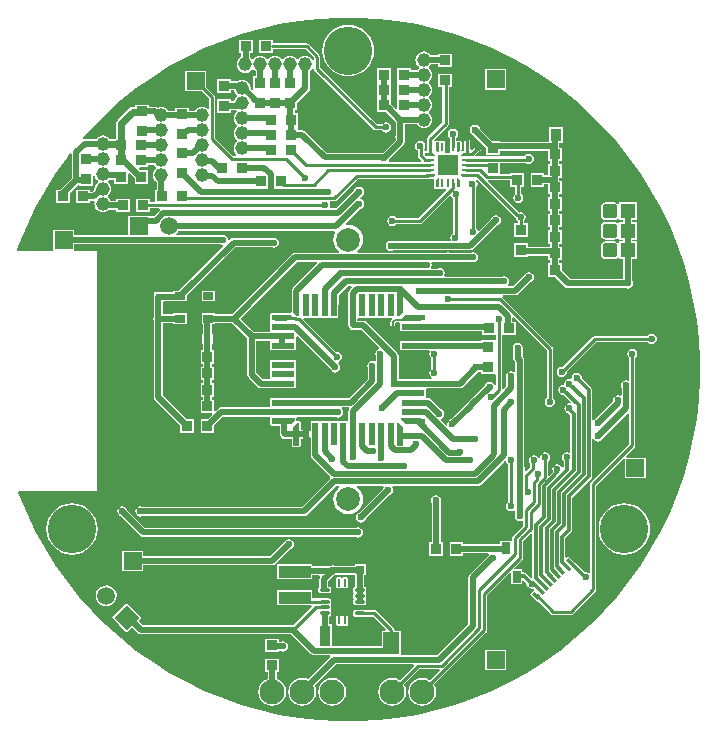
<source format=gbl>
G04*
G04 #@! TF.GenerationSoftware,Altium Limited,Altium Designer,22.3.1 (43)*
G04*
G04 Layer_Physical_Order=2*
G04 Layer_Color=16711680*
%FSLAX25Y25*%
%MOIN*%
G70*
G04*
G04 #@! TF.SameCoordinates,81C90355-7C20-497C-A289-08F7F31E86F5*
G04*
G04*
G04 #@! TF.FilePolarity,Positive*
G04*
G01*
G75*
%ADD10C,0.00984*%
%ADD15C,0.01000*%
G04:AMPARAMS|DCode=20|XSize=11.02mil|YSize=33.47mil|CornerRadius=1.98mil|HoleSize=0mil|Usage=FLASHONLY|Rotation=270.000|XOffset=0mil|YOffset=0mil|HoleType=Round|Shape=RoundedRectangle|*
%AMROUNDEDRECTD20*
21,1,0.01102,0.02950,0,0,270.0*
21,1,0.00706,0.03347,0,0,270.0*
1,1,0.00397,-0.01475,-0.00353*
1,1,0.00397,-0.01475,0.00353*
1,1,0.00397,0.01475,0.00353*
1,1,0.00397,0.01475,-0.00353*
%
%ADD20ROUNDEDRECTD20*%
%ADD24R,0.10630X0.03937*%
%ADD30R,0.03543X0.03543*%
%ADD38R,0.05315X0.07480*%
%ADD39R,0.03740X0.06693*%
%ADD40R,0.03740X0.04134*%
%ADD43R,0.03543X0.03543*%
%ADD69C,0.04600*%
G04:AMPARAMS|DCode=77|XSize=64.96mil|YSize=94.49mil|CornerRadius=1.95mil|HoleSize=0mil|Usage=FLASHONLY|Rotation=0.000|XOffset=0mil|YOffset=0mil|HoleType=Round|Shape=RoundedRectangle|*
%AMROUNDEDRECTD77*
21,1,0.06496,0.09059,0,0,0.0*
21,1,0.06106,0.09449,0,0,0.0*
1,1,0.00390,0.03053,-0.04530*
1,1,0.00390,-0.03053,-0.04530*
1,1,0.00390,-0.03053,0.04530*
1,1,0.00390,0.03053,0.04530*
%
%ADD77ROUNDEDRECTD77*%
%ADD82C,0.02000*%
%ADD85C,0.01102*%
%ADD86C,0.00500*%
%ADD89R,0.05906X0.05906*%
%ADD90C,0.08268*%
G04:AMPARAMS|DCode=91|XSize=49.21mil|YSize=49.21mil|CornerRadius=12.3mil|HoleSize=0mil|Usage=FLASHONLY|Rotation=180.000|XOffset=0mil|YOffset=0mil|HoleType=Round|Shape=RoundedRectangle|*
%AMROUNDEDRECTD91*
21,1,0.04921,0.02461,0,0,180.0*
21,1,0.02461,0.04921,0,0,180.0*
1,1,0.02461,-0.01230,0.01230*
1,1,0.02461,0.01230,0.01230*
1,1,0.02461,0.01230,-0.01230*
1,1,0.02461,-0.01230,-0.01230*
%
%ADD91ROUNDEDRECTD91*%
%ADD92R,0.04921X0.04921*%
%ADD93R,0.05906X0.05906*%
%ADD94C,0.05906*%
%ADD95P,0.08352X4X178.0*%
%ADD96C,0.16142*%
%ADD97C,0.07874*%
%ADD98C,0.02362*%
%ADD99C,0.01968*%
G04:AMPARAMS|DCode=100|XSize=11.81mil|YSize=27.56mil|CornerRadius=0mil|HoleSize=0mil|Usage=FLASHONLY|Rotation=225.000|XOffset=0mil|YOffset=0mil|HoleType=Round|Shape=Rectangle|*
%AMROTATEDRECTD100*
4,1,4,-0.00557,0.01392,0.01392,-0.00557,0.00557,-0.01392,-0.01392,0.00557,-0.00557,0.01392,0.0*
%
%ADD100ROTATEDRECTD100*%

G04:AMPARAMS|DCode=101|XSize=11.81mil|YSize=39.37mil|CornerRadius=0mil|HoleSize=0mil|Usage=FLASHONLY|Rotation=225.000|XOffset=0mil|YOffset=0mil|HoleType=Round|Shape=Rectangle|*
%AMROTATEDRECTD101*
4,1,4,-0.00974,0.01810,0.01810,-0.00974,0.00974,-0.01810,-0.01810,0.00974,-0.00974,0.01810,0.0*
%
%ADD101ROTATEDRECTD101*%

%ADD102R,0.02423X0.02254*%
%ADD103R,0.02756X0.03937*%
%ADD104R,0.01968X0.07677*%
%ADD105R,0.01968X0.03937*%
G04:AMPARAMS|DCode=106|XSize=19.68mil|YSize=102.36mil|CornerRadius=0mil|HoleSize=0mil|Usage=FLASHONLY|Rotation=180.000|XOffset=0mil|YOffset=0mil|HoleType=Round|Shape=Octagon|*
%AMOCTAGOND106*
4,1,8,0.00492,-0.05118,-0.00492,-0.05118,-0.00984,-0.04626,-0.00984,0.04626,-0.00492,0.05118,0.00492,0.05118,0.00984,0.04626,0.00984,-0.04626,0.00492,-0.05118,0.0*
%
%ADD106OCTAGOND106*%

%ADD107R,0.07677X0.01968*%
%ADD108R,0.03937X0.01968*%
%ADD109R,0.02559X0.02756*%
%ADD110R,0.00984X0.01575*%
%ADD111R,0.06693X0.06693*%
%ADD112R,0.00984X0.03150*%
%ADD113R,0.03150X0.00984*%
%ADD114R,0.01575X0.00984*%
G04:AMPARAMS|DCode=115|XSize=9.84mil|YSize=15.75mil|CornerRadius=0mil|HoleSize=0mil|Usage=FLASHONLY|Rotation=90.000|XOffset=0mil|YOffset=0mil|HoleType=Round|Shape=Octagon|*
%AMOCTAGOND115*
4,1,8,-0.00787,-0.00246,-0.00787,0.00246,-0.00541,0.00492,0.00541,0.00492,0.00787,0.00246,0.00787,-0.00246,0.00541,-0.00492,-0.00541,-0.00492,-0.00787,-0.00246,0.0*
%
%ADD115OCTAGOND115*%

%ADD116R,0.03543X0.02559*%
%ADD117C,0.01181*%
%ADD118C,0.01968*%
%ADD119C,0.02284*%
%ADD120R,0.01102X0.02756*%
%ADD121R,0.01102X0.02756*%
G36*
X147659Y254734D02*
X154200Y253997D01*
X160690Y252894D01*
X167107Y251429D01*
X173433Y249607D01*
X179646Y247433D01*
X185728Y244914D01*
X191658Y242058D01*
X197420Y238874D01*
X202993Y235371D01*
X208362Y231562D01*
X213509Y227458D01*
X218417Y223072D01*
X223072Y218417D01*
X227458Y213509D01*
X231562Y208362D01*
X235371Y202993D01*
X238873Y197420D01*
X242058Y191658D01*
X244914Y185728D01*
X247433Y179646D01*
X249607Y173433D01*
X251429Y167107D01*
X252894Y160690D01*
X253997Y154200D01*
X254734Y147659D01*
X255103Y141087D01*
Y137795D01*
Y134504D01*
X254734Y127932D01*
X253997Y121390D01*
X252894Y114901D01*
X251429Y108483D01*
X249607Y102158D01*
X247433Y95944D01*
X244914Y89863D01*
X242058Y83932D01*
X238874Y78171D01*
X235371Y72597D01*
X231562Y67229D01*
X227458Y62082D01*
X223072Y57174D01*
X218417Y52519D01*
X213509Y48133D01*
X208362Y44029D01*
X202993Y40219D01*
X197420Y36717D01*
X191658Y33533D01*
X185728Y30677D01*
X179646Y28158D01*
X173433Y25984D01*
X167107Y24161D01*
X160690Y22697D01*
X154200Y21594D01*
X147659Y20857D01*
X141087Y20488D01*
X134504D01*
X127932Y20857D01*
X121390Y21594D01*
X114901Y22697D01*
X108483Y24161D01*
X102158Y25984D01*
X95944Y28158D01*
X89863Y30677D01*
X83932Y33533D01*
X78171Y36717D01*
X72597Y40219D01*
X67229Y44028D01*
X62082Y48133D01*
X57174Y52519D01*
X52519Y57174D01*
X48133Y62082D01*
X44029Y67228D01*
X40219Y72597D01*
X36717Y78171D01*
X33533Y83932D01*
X30677Y89863D01*
X28158Y95944D01*
X27786Y97008D01*
X28075Y97415D01*
X54000D01*
Y177165D01*
X46738D01*
X46453Y177547D01*
Y179471D01*
X95263D01*
X95344Y179416D01*
X95938Y179298D01*
X96064Y179087D01*
X96153Y178807D01*
X81466Y164119D01*
X81400Y164020D01*
X79504D01*
Y163529D01*
X76398D01*
Y163627D01*
X72976D01*
Y161839D01*
X72971Y161813D01*
Y155237D01*
X72916Y155156D01*
X72786Y154500D01*
X72916Y153844D01*
X72971Y153763D01*
Y128654D01*
X73087Y128068D01*
X73419Y127572D01*
X81882Y119109D01*
Y116728D01*
X86425D01*
Y121272D01*
X84045D01*
X76029Y129287D01*
Y153230D01*
X79504D01*
Y152980D01*
X84047D01*
Y156539D01*
X79504D01*
Y156289D01*
X76029D01*
Y160373D01*
X76398D01*
Y160471D01*
X79504D01*
Y160461D01*
X84047D01*
Y162375D01*
X100209Y178537D01*
X112263D01*
X112344Y178483D01*
X113000Y178352D01*
X113656Y178483D01*
X114212Y178854D01*
X114584Y179410D01*
X114714Y180066D01*
X114584Y180722D01*
X114212Y181278D01*
X113656Y181650D01*
X113000Y181780D01*
X112344Y181650D01*
X112263Y181596D01*
X99576D01*
X98991Y181479D01*
X98494Y181148D01*
X98193Y180847D01*
X97913Y180936D01*
X97702Y181062D01*
X97584Y181656D01*
X97212Y182212D01*
X96656Y182584D01*
X96000Y182714D01*
X95344Y182584D01*
X95263Y182529D01*
X80578D01*
X80417Y183003D01*
X80462Y183037D01*
X81016Y183759D01*
X81104Y183971D01*
X133229D01*
X133449Y183471D01*
X133001Y182387D01*
X132832Y181102D01*
X133001Y179818D01*
X133496Y178621D01*
X134285Y177593D01*
X134783Y177210D01*
X134614Y176710D01*
X120177D01*
X120177Y176710D01*
X119598Y176595D01*
X119107Y176267D01*
X99113Y156273D01*
X93496D01*
Y156539D01*
X88953D01*
Y152980D01*
X89333D01*
Y149627D01*
X89149D01*
Y146373D01*
X89333D01*
Y144272D01*
X88575D01*
Y139728D01*
X89333D01*
Y138772D01*
X88575D01*
Y134228D01*
X89333D01*
Y133272D01*
X88575D01*
Y128728D01*
X89333D01*
Y127772D01*
X88575D01*
Y123228D01*
X92281D01*
X92473Y122766D01*
X90978Y121272D01*
X88575D01*
Y116728D01*
X93118D01*
Y119132D01*
X96095Y122109D01*
X111576D01*
X111864Y121609D01*
X111801Y121457D01*
Y119488D01*
X111960Y119106D01*
X112343Y118947D01*
X114971D01*
Y116492D01*
X115087Y115907D01*
X115419Y115411D01*
X115711Y115118D01*
X116208Y114786D01*
X116793Y114670D01*
X118947D01*
Y112343D01*
X119106Y111960D01*
X119488Y111801D01*
X121437D01*
X121627Y111880D01*
X121819Y111959D01*
X121819Y111960D01*
X121820Y111960D01*
X121898Y112150D01*
X121978Y112341D01*
X121984Y114652D01*
X123622D01*
X124207Y114768D01*
X124703Y115100D01*
X124758Y115182D01*
X125258Y115030D01*
Y109229D01*
X125258Y109228D01*
X125373Y108649D01*
X125701Y108158D01*
X131774Y102086D01*
X131818Y101930D01*
X131816Y101572D01*
X131772Y101434D01*
X122366Y92029D01*
X69237D01*
X69156Y92084D01*
X68500Y92214D01*
X67844Y92084D01*
X67288Y91712D01*
X66916Y91156D01*
X66786Y90500D01*
X66916Y89844D01*
X67288Y89288D01*
X67844Y88916D01*
X68500Y88786D01*
X69156Y88916D01*
X69237Y88971D01*
X123000D01*
X123585Y89087D01*
X124081Y89419D01*
X133633Y98971D01*
X134731D01*
X134901Y98471D01*
X134285Y97998D01*
X133496Y96970D01*
X133001Y95773D01*
X132832Y94488D01*
X133001Y93204D01*
X133496Y92006D01*
X134285Y90978D01*
X135313Y90189D01*
X136511Y89694D01*
X137795Y89525D01*
X139080Y89694D01*
X140277Y90189D01*
X141305Y90978D01*
X142094Y92006D01*
X142590Y93204D01*
X142759Y94488D01*
X142590Y95773D01*
X142094Y96970D01*
X141305Y97998D01*
X140689Y98471D01*
X140859Y98971D01*
X149359D01*
X149627Y98471D01*
X149416Y98156D01*
X149397Y98060D01*
X141440Y90103D01*
X141344Y90084D01*
X140788Y89712D01*
X140416Y89156D01*
X140286Y88500D01*
X140416Y87844D01*
X140788Y87288D01*
X141344Y86916D01*
X142000Y86786D01*
X142656Y86916D01*
X143212Y87288D01*
X143584Y87844D01*
X143603Y87940D01*
X151560Y95897D01*
X151656Y95916D01*
X152212Y96288D01*
X152584Y96844D01*
X152714Y97500D01*
X152584Y98156D01*
X152373Y98471D01*
X152641Y98971D01*
X180976D01*
X181561Y99087D01*
X182057Y99419D01*
X189719Y107080D01*
X189827Y107242D01*
X190358Y107137D01*
X190416Y106844D01*
X190788Y106288D01*
X190980Y106159D01*
Y93522D01*
X190788Y93393D01*
X190416Y92837D01*
X190286Y92181D01*
X190416Y91525D01*
X190788Y90969D01*
X191344Y90597D01*
X192000Y90467D01*
X192656Y90597D01*
X192971Y90808D01*
X193471Y90540D01*
Y89737D01*
X193416Y89656D01*
X193286Y89000D01*
X193416Y88344D01*
X193788Y87788D01*
X194344Y87416D01*
X195000Y87286D01*
X195656Y87416D01*
X195768Y87491D01*
X196209Y87256D01*
Y85772D01*
X192779Y82342D01*
X192558Y82011D01*
X192480Y81621D01*
Y81051D01*
X192138Y80693D01*
X188382D01*
Y79529D01*
X176118D01*
Y80272D01*
X171575D01*
Y75728D01*
X176118D01*
Y76471D01*
X184359D01*
X184627Y75971D01*
X184459Y75720D01*
X178352Y69612D01*
X178020Y69116D01*
X177904Y68531D01*
Y52851D01*
X167582Y42529D01*
X155358D01*
Y50740D01*
X153755D01*
X153273Y50799D01*
X153191Y51209D01*
X152959Y51557D01*
X152959Y51557D01*
X147258Y57258D01*
X146910Y57490D01*
X146500Y57572D01*
X146500Y57572D01*
X141614D01*
X141579Y57565D01*
X140139D01*
X139867Y57511D01*
X139636Y57356D01*
X139481Y57125D01*
X139427Y56853D01*
Y56147D01*
X139481Y55875D01*
X139636Y55644D01*
X139867Y55489D01*
X140139Y55435D01*
X141579D01*
X141614Y55428D01*
X146056D01*
X150282Y51202D01*
X150091Y50740D01*
X149043D01*
Y45529D01*
X132358D01*
Y52846D01*
X131529D01*
Y55446D01*
X131747Y55489D01*
X131978Y55644D01*
X132133Y55875D01*
X132187Y56147D01*
Y56853D01*
X132133Y57125D01*
X132019Y57484D01*
X132133Y57843D01*
X132187Y58116D01*
Y58821D01*
X132133Y59094D01*
X131978Y59325D01*
Y59581D01*
X132133Y59812D01*
X132187Y60084D01*
Y60790D01*
X132133Y61062D01*
X131978Y61293D01*
X131747Y61448D01*
X131475Y61502D01*
X130035D01*
X130000Y61509D01*
X125815D01*
Y64138D01*
X114185D01*
Y59201D01*
X125478D01*
X125685Y58701D01*
X119511Y52527D01*
X119500Y52529D01*
X69334D01*
X68179Y53684D01*
X68188Y54184D01*
X68880Y54830D01*
X64170Y59880D01*
X59120Y55170D01*
X63830Y50120D01*
X65686Y51851D01*
X67619Y49919D01*
X68115Y49587D01*
X68700Y49471D01*
X118867D01*
X125419Y42919D01*
X125915Y42587D01*
X126500Y42471D01*
X131788D01*
X131836Y42408D01*
X131973Y41971D01*
X124498Y34495D01*
X123690Y34830D01*
X122480Y34989D01*
X121271Y34830D01*
X120143Y34363D01*
X119176Y33620D01*
X118433Y32652D01*
X117966Y31525D01*
X117806Y30315D01*
X117966Y29105D01*
X118433Y27978D01*
X119176Y27010D01*
X120143Y26267D01*
X121271Y25800D01*
X122480Y25641D01*
X123690Y25800D01*
X124817Y26267D01*
X125785Y27010D01*
X126528Y27978D01*
X126995Y29105D01*
X127154Y30315D01*
X126995Y31525D01*
X126661Y32332D01*
X133799Y39471D01*
X159541D01*
X159732Y39009D01*
X154969Y34246D01*
X154817Y34363D01*
X153690Y34830D01*
X152480Y34989D01*
X151271Y34830D01*
X150144Y34363D01*
X149176Y33620D01*
X148433Y32652D01*
X147966Y31525D01*
X147807Y30315D01*
X147966Y29105D01*
X148433Y27978D01*
X149176Y27010D01*
X150144Y26267D01*
X151271Y25800D01*
X152480Y25641D01*
X153690Y25800D01*
X154817Y26267D01*
X155785Y27010D01*
X156528Y27978D01*
X156995Y29105D01*
X157154Y30315D01*
X156995Y31525D01*
X156528Y32652D01*
X156411Y32804D01*
X161588Y37980D01*
X168051D01*
X168242Y37519D01*
X164969Y34246D01*
X164817Y34363D01*
X163690Y34830D01*
X162480Y34989D01*
X161271Y34830D01*
X160143Y34363D01*
X159176Y33620D01*
X158433Y32652D01*
X157966Y31525D01*
X157807Y30315D01*
X157966Y29105D01*
X158433Y27978D01*
X159176Y27010D01*
X160143Y26267D01*
X161271Y25800D01*
X162480Y25641D01*
X163690Y25800D01*
X164817Y26267D01*
X165785Y27010D01*
X166528Y27978D01*
X166995Y29105D01*
X167154Y30315D01*
X166995Y31525D01*
X166528Y32652D01*
X166411Y32804D01*
X183721Y50114D01*
X183942Y50444D01*
X184020Y50835D01*
Y62578D01*
X191660Y70218D01*
X192122Y70027D01*
Y66307D01*
X195878D01*
Y67224D01*
X196340Y67415D01*
X197223Y66532D01*
X197200Y66414D01*
X197330Y65758D01*
X197702Y65202D01*
X198258Y64830D01*
X198914Y64700D01*
X199390Y64794D01*
X199825Y64359D01*
X198449Y62982D01*
X201104Y60326D01*
X201200Y60421D01*
X205377Y56244D01*
X205708Y56023D01*
X206098Y55946D01*
X211965D01*
X212355Y56023D01*
X212686Y56244D01*
X220221Y63779D01*
X220442Y64110D01*
X220520Y64500D01*
Y99078D01*
X229547Y108105D01*
X230047Y107898D01*
Y101547D01*
X236953D01*
Y108453D01*
X230602D01*
X230395Y108953D01*
X233221Y111779D01*
X233442Y112110D01*
X233520Y112500D01*
Y141659D01*
X233712Y141788D01*
X234084Y142344D01*
X234214Y143000D01*
X234084Y143656D01*
X233712Y144212D01*
X233156Y144584D01*
X232500Y144714D01*
X231844Y144584D01*
X231288Y144212D01*
X230916Y143656D01*
X230786Y143000D01*
X230916Y142344D01*
X231288Y141788D01*
X231480Y141659D01*
Y134276D01*
X231039Y134040D01*
X230975Y134084D01*
X230319Y134214D01*
X229663Y134084D01*
X229107Y133712D01*
X228735Y133156D01*
X228605Y132500D01*
X228735Y131844D01*
X228971Y131492D01*
Y129283D01*
X228530Y129047D01*
X228475Y129084D01*
X227819Y129214D01*
X227163Y129084D01*
X226607Y128712D01*
X226235Y128156D01*
X226105Y127500D01*
X226157Y127237D01*
X220570Y121650D01*
X220474Y121631D01*
X219918Y121259D01*
X219655Y120866D01*
X219155Y121018D01*
Y130957D01*
X219155Y130957D01*
X219071Y131382D01*
X218830Y131743D01*
X215681Y134891D01*
X215714Y135055D01*
X215584Y135711D01*
X215212Y136267D01*
X214656Y136639D01*
X214000Y136769D01*
X213344Y136639D01*
X212788Y136267D01*
X212416Y135711D01*
X212286Y135057D01*
X212286Y135055D01*
X211852Y134673D01*
X211524Y134738D01*
X210868Y134607D01*
X210312Y134236D01*
X209940Y133680D01*
X209836Y133157D01*
X209634Y132890D01*
X209367Y132688D01*
X208844Y132584D01*
X208288Y132212D01*
X207916Y131656D01*
X207786Y131000D01*
X207916Y130344D01*
X208288Y129788D01*
X208844Y129416D01*
X209500Y129286D01*
X209618Y129309D01*
X212008Y126920D01*
X211761Y126459D01*
X211547Y126502D01*
X210891Y126371D01*
X210335Y125999D01*
X209964Y125443D01*
X209833Y124787D01*
X209964Y124132D01*
X210335Y123575D01*
X210891Y123204D01*
X211325Y123118D01*
X211888Y122555D01*
Y110277D01*
X211447Y110042D01*
X211384Y110084D01*
X210728Y110214D01*
X210072Y110084D01*
X209516Y109712D01*
X209145Y109156D01*
X209014Y108500D01*
X209145Y107844D01*
X209516Y107288D01*
X209616Y107221D01*
Y105209D01*
X209585Y105197D01*
X209084Y105156D01*
X208712Y105712D01*
X208156Y106084D01*
X207500Y106214D01*
X206844Y106084D01*
X206288Y105712D01*
X205916Y105156D01*
X205786Y104500D01*
X205916Y103844D01*
X206055Y103636D01*
X204735Y102316D01*
X204274Y102508D01*
Y106995D01*
X204712Y107288D01*
X205084Y107844D01*
X205214Y108500D01*
X205084Y109156D01*
X204712Y109712D01*
X204156Y110084D01*
X203500Y110214D01*
X202844Y110084D01*
X202288Y109712D01*
X201916Y109156D01*
X201786Y108500D01*
X201798Y108441D01*
X201327Y108246D01*
X201015Y108712D01*
X200459Y109084D01*
X199803Y109214D01*
X199147Y109084D01*
X198591Y108712D01*
X198220Y108156D01*
X198089Y107500D01*
X198220Y106844D01*
X198523Y106390D01*
Y105293D01*
X197098Y103868D01*
X196637Y104115D01*
X196714Y104500D01*
X196584Y105156D01*
X196529Y105237D01*
Y140819D01*
X196413Y141404D01*
X196081Y141900D01*
X195914Y142068D01*
Y144420D01*
X196029Y145000D01*
X195898Y145656D01*
X195527Y146212D01*
X194971Y146584D01*
X194315Y146714D01*
X193659Y146584D01*
X193103Y146212D01*
X192731Y145656D01*
X192601Y145000D01*
X192731Y144344D01*
X192855Y144159D01*
Y141435D01*
X192971Y140849D01*
X193303Y140353D01*
X193471Y140185D01*
Y137235D01*
X192971Y136968D01*
X192798Y137084D01*
X192142Y137214D01*
X191486Y137084D01*
X190930Y136712D01*
X190558Y136156D01*
X190428Y135500D01*
X190558Y134844D01*
X190559Y134843D01*
Y132172D01*
X189602Y131215D01*
X189102Y131422D01*
Y149228D01*
X193618D01*
Y153772D01*
X192543D01*
Y155039D01*
X193043Y155246D01*
X203980Y144309D01*
Y128341D01*
X203788Y128212D01*
X203416Y127656D01*
X203286Y127000D01*
X203416Y126344D01*
X203788Y125788D01*
X204344Y125416D01*
X205000Y125286D01*
X205656Y125416D01*
X206212Y125788D01*
X206584Y126344D01*
X206714Y127000D01*
X206584Y127656D01*
X206212Y128212D01*
X206020Y128341D01*
Y144731D01*
X205942Y145121D01*
X205721Y145452D01*
X189197Y161976D01*
X189251Y162254D01*
X189383Y162476D01*
X193506D01*
X194091Y162593D01*
X194587Y162924D01*
X198560Y166897D01*
X198656Y166916D01*
X199212Y167288D01*
X199584Y167844D01*
X199714Y168500D01*
X199584Y169156D01*
X199212Y169712D01*
X198656Y170084D01*
X198000Y170214D01*
X197344Y170084D01*
X196788Y169712D01*
X196416Y169156D01*
X196397Y169060D01*
X192872Y165535D01*
X191200D01*
X191063Y165816D01*
X191010Y166035D01*
X191350Y166545D01*
X191481Y167201D01*
X191350Y167857D01*
X190979Y168413D01*
X190423Y168784D01*
X189767Y168915D01*
X189111Y168784D01*
X189006Y168714D01*
X170083D01*
X169816Y169214D01*
X169903Y169344D01*
X170033Y170000D01*
X169903Y170656D01*
X169531Y171212D01*
X168975Y171584D01*
X168319Y171714D01*
X167663Y171584D01*
X167265Y171318D01*
X165699Y171320D01*
X165463Y171761D01*
X165540Y171876D01*
X165671Y172531D01*
X165540Y173187D01*
X165810Y173684D01*
X170255D01*
X170360Y173613D01*
X171016Y173483D01*
X171672Y173613D01*
X171753Y173668D01*
X178762D01*
X178844Y173613D01*
X179500Y173483D01*
X180156Y173613D01*
X180712Y173985D01*
X181084Y174541D01*
X181214Y175197D01*
X181084Y175853D01*
X180712Y176409D01*
X180156Y176780D01*
X179500Y176911D01*
X178844Y176780D01*
X178715Y176694D01*
X171800D01*
X171672Y176780D01*
X171016Y176911D01*
X170360Y176780D01*
X170255Y176710D01*
X165210D01*
X165203Y176709D01*
X165195Y176710D01*
X165194Y176710D01*
X140977D01*
X140807Y177210D01*
X141305Y177593D01*
X142094Y178621D01*
X142590Y179818D01*
X142759Y181102D01*
X142590Y182387D01*
X142094Y183584D01*
X141305Y184612D01*
X140277Y185401D01*
X139080Y185897D01*
X137795Y186066D01*
X137179Y185985D01*
X136945Y186459D01*
X141841Y191354D01*
X142156Y191416D01*
X142712Y191788D01*
X143084Y192344D01*
X143214Y193000D01*
X143084Y193656D01*
X142712Y194212D01*
X142156Y194584D01*
X142095Y194596D01*
X141885Y195100D01*
X142058Y195416D01*
X142614Y195788D01*
X142985Y196344D01*
X143116Y197000D01*
X142985Y197656D01*
X142614Y198212D01*
X142058Y198584D01*
X141402Y198714D01*
X140746Y198584D01*
X140190Y198212D01*
X139818Y197656D01*
X139799Y197560D01*
X133721Y191482D01*
X131820D01*
X131585Y191923D01*
X131621Y191978D01*
X131752Y192634D01*
X131621Y193290D01*
X131578Y193355D01*
X131814Y193796D01*
X132991D01*
X133378Y193872D01*
X133706Y194092D01*
X141044Y201430D01*
X163898D01*
X163913Y201423D01*
X165980D01*
X165980Y201423D01*
X166083Y201466D01*
X166167Y201426D01*
X166351Y201273D01*
X166466Y201083D01*
X166423Y200980D01*
X166423Y200980D01*
Y198520D01*
X166464Y198420D01*
Y198020D01*
X166865D01*
X166965Y197978D01*
X167949D01*
X168048Y198020D01*
X170323D01*
X170514Y197558D01*
X161287Y188330D01*
X153846D01*
X153712Y188531D01*
X153156Y188902D01*
X152500Y189033D01*
X151844Y188902D01*
X151288Y188531D01*
X150916Y187975D01*
X150786Y187319D01*
X150916Y186663D01*
X151288Y186107D01*
X151844Y185735D01*
X152500Y185605D01*
X153156Y185735D01*
X153712Y186107D01*
X153846Y186307D01*
X161706D01*
X162093Y186384D01*
X162421Y186604D01*
X171657Y195839D01*
X172135Y195694D01*
X172152Y195608D01*
X172524Y195052D01*
X172598Y195002D01*
Y183100D01*
X172288Y182893D01*
X171916Y182337D01*
X171786Y181681D01*
X171916Y181025D01*
X171953Y180970D01*
X171717Y180529D01*
X152737D01*
X152656Y180584D01*
X152000Y180714D01*
X151344Y180584D01*
X150788Y180212D01*
X150416Y179656D01*
X150286Y179000D01*
X150416Y178344D01*
X150788Y177788D01*
X151344Y177416D01*
X152000Y177286D01*
X152656Y177416D01*
X152737Y177471D01*
X178500D01*
X179085Y177587D01*
X179581Y177919D01*
X187560Y185897D01*
X187656Y185916D01*
X188212Y186288D01*
X188584Y186844D01*
X188714Y187500D01*
X188584Y188156D01*
X188212Y188712D01*
X187656Y189084D01*
X187000Y189214D01*
X186344Y189084D01*
X185788Y188712D01*
X185416Y188156D01*
X185397Y188060D01*
X181429Y184092D01*
X180951Y184237D01*
X180938Y184302D01*
X180566Y184858D01*
X180302Y185035D01*
Y198208D01*
X180422Y198288D01*
X180794Y198844D01*
X180924Y199500D01*
X180794Y200156D01*
X180456Y200660D01*
X180496Y200942D01*
X180581Y201207D01*
X180683Y201233D01*
X193443Y188473D01*
X193466Y188439D01*
X193640Y188322D01*
X193735Y187844D01*
X194107Y187288D01*
X194299Y187159D01*
Y186618D01*
X193228D01*
Y182075D01*
X197772D01*
Y186618D01*
X196338D01*
Y187159D01*
X196531Y187288D01*
X196903Y187844D01*
X197033Y188500D01*
X196903Y189156D01*
X196531Y189712D01*
X195975Y190084D01*
X195319Y190214D01*
X194697Y190090D01*
X194681Y190102D01*
X194674Y190103D01*
X184289Y200488D01*
X184496Y200988D01*
X191882D01*
Y198728D01*
X193480D01*
Y196341D01*
X193288Y196212D01*
X192916Y195656D01*
X192786Y195000D01*
X192916Y194344D01*
X193288Y193788D01*
X193844Y193416D01*
X194500Y193286D01*
X195156Y193416D01*
X195712Y193788D01*
X196084Y194344D01*
X196214Y195000D01*
X196084Y195656D01*
X195712Y196212D01*
X195520Y196341D01*
Y198728D01*
X196425D01*
Y203272D01*
X191882D01*
Y203012D01*
X188272D01*
Y206768D01*
X196818D01*
X197344Y206416D01*
X198000Y206286D01*
X198656Y206416D01*
X199212Y206788D01*
X199584Y207344D01*
X199714Y208000D01*
X199584Y208656D01*
X199212Y209212D01*
X198656Y209584D01*
X198000Y209714D01*
X197344Y209584D01*
X196788Y209212D01*
X196507Y208791D01*
X180429D01*
X180222Y209291D01*
X181715Y210785D01*
X181935Y211113D01*
X182012Y211500D01*
X181935Y211887D01*
X181715Y212215D01*
X181387Y212435D01*
X181000Y212512D01*
X180613Y212435D01*
X180285Y212215D01*
X179012Y210942D01*
X178512Y211149D01*
Y215000D01*
X178435Y215387D01*
X178215Y215715D01*
X177887Y215935D01*
X177500Y216012D01*
X177113Y215935D01*
X176785Y215715D01*
X176565Y215387D01*
X176488Y215000D01*
Y210725D01*
X176020Y210577D01*
X175917Y210534D01*
X175833Y210574D01*
X175648Y210727D01*
X175534Y210917D01*
X175577Y211020D01*
X175577Y211020D01*
Y213480D01*
X175536Y213580D01*
Y213980D01*
X175135D01*
X175035Y214021D01*
X174051D01*
X173783Y214452D01*
Y214973D01*
X173984Y215107D01*
X174355Y215663D01*
X174486Y216319D01*
X174355Y216975D01*
X173984Y217531D01*
X173427Y217902D01*
X172772Y218033D01*
X172116Y217902D01*
X171560Y217531D01*
X171188Y216975D01*
X171058Y216319D01*
X171188Y215663D01*
X171560Y215107D01*
X171760Y214973D01*
Y211906D01*
X171780Y211808D01*
Y209846D01*
X170220D01*
Y213980D01*
X168048D01*
X167949Y214021D01*
X166965D01*
X166865Y213980D01*
X166629D01*
X166393Y214451D01*
X170971Y219029D01*
X171192Y219360D01*
X171270Y219750D01*
Y231882D01*
X172272D01*
Y236425D01*
X167728D01*
Y231882D01*
X169230D01*
Y220172D01*
X164373Y215315D01*
X164152Y214985D01*
X164075Y214594D01*
Y210577D01*
X163520D01*
X163249Y210704D01*
X163133Y211262D01*
X163397Y211658D01*
X163528Y212314D01*
X163397Y212969D01*
X163026Y213526D01*
X162470Y213897D01*
X161814Y214028D01*
X161158Y213897D01*
X160602Y213526D01*
X160230Y212969D01*
X160100Y212314D01*
X160230Y211658D01*
X160602Y211102D01*
X161013Y210827D01*
Y209133D01*
X161090Y208745D01*
X161309Y208417D01*
X162215Y207512D01*
X162007Y207012D01*
X151566D01*
X151299Y207512D01*
X151396Y207657D01*
X151415Y207752D01*
X156196Y212533D01*
X156527Y213029D01*
X156644Y213615D01*
Y214454D01*
X156742Y214601D01*
X156873Y215257D01*
X156742Y215913D01*
X156713Y215956D01*
Y219471D01*
X160644D01*
X161003Y219003D01*
X161588Y218554D01*
X162269Y218272D01*
X163000Y218176D01*
X163731Y218272D01*
X164412Y218554D01*
X164997Y219003D01*
X165446Y219588D01*
X165728Y220269D01*
X165824Y221000D01*
X165728Y221731D01*
X165446Y222412D01*
X164997Y222997D01*
X164752Y223185D01*
Y223815D01*
X164997Y224003D01*
X165446Y224588D01*
X165728Y225269D01*
X165824Y226000D01*
X165728Y226731D01*
X165446Y227412D01*
X164997Y227997D01*
X164752Y228185D01*
Y228815D01*
X164997Y229003D01*
X165446Y229588D01*
X165728Y230269D01*
X165824Y231000D01*
X165728Y231731D01*
X165446Y232412D01*
X164997Y232997D01*
X164752Y233185D01*
Y233815D01*
X164997Y234003D01*
X165446Y234588D01*
X165728Y235269D01*
X165824Y236000D01*
X165728Y236731D01*
X165446Y237412D01*
X164997Y237997D01*
X164752Y238185D01*
Y238815D01*
X164997Y239003D01*
X165356Y239471D01*
X167728D01*
Y238575D01*
X172272D01*
Y243118D01*
X167728D01*
Y242529D01*
X165356D01*
X164997Y242997D01*
X164412Y243446D01*
X163731Y243728D01*
X163000Y243824D01*
X162269Y243728D01*
X161588Y243446D01*
X161003Y242997D01*
X160554Y242412D01*
X160272Y241731D01*
X160176Y241000D01*
X160272Y240269D01*
X160554Y239588D01*
X161003Y239003D01*
X161248Y238815D01*
Y238185D01*
X161003Y237997D01*
X160644Y237529D01*
X158618D01*
Y238272D01*
X154075D01*
Y233728D01*
X154075D01*
Y233272D01*
X154075D01*
Y228728D01*
X154075D01*
Y228272D01*
X154075D01*
Y224925D01*
X153613Y224734D01*
X152037Y226310D01*
X151925Y226384D01*
Y228272D01*
X151925D01*
Y228728D01*
X151925D01*
Y233272D01*
X151925D01*
Y233728D01*
X151925D01*
Y238272D01*
X147382D01*
Y233728D01*
X147382D01*
Y233272D01*
X147382D01*
Y228728D01*
X147382D01*
Y228272D01*
X147382D01*
Y223728D01*
X150277D01*
X150296Y223725D01*
X153654Y220367D01*
Y216031D01*
X153575Y215913D01*
X153445Y215257D01*
X153575Y214601D01*
X153585Y214586D01*
Y214248D01*
X149346Y210009D01*
X130654D01*
X123581Y217081D01*
X123085Y217413D01*
X122500Y217529D01*
X120969D01*
Y218272D01*
X120969D01*
Y218728D01*
X120969D01*
Y223272D01*
X120029D01*
Y224382D01*
X120772D01*
Y226762D01*
X124581Y230572D01*
X124913Y231068D01*
X125029Y231654D01*
Y237144D01*
X125497Y237503D01*
X125946Y238088D01*
X125980Y238172D01*
X126480Y238072D01*
Y238006D01*
X126558Y237616D01*
X126779Y237285D01*
X146285Y217779D01*
X146616Y217558D01*
X147006Y217480D01*
X149159D01*
X149288Y217288D01*
X149844Y216916D01*
X150500Y216786D01*
X151156Y216916D01*
X151712Y217288D01*
X152084Y217844D01*
X152214Y218500D01*
X152084Y219156D01*
X151712Y219712D01*
X151156Y220084D01*
X150500Y220214D01*
X149844Y220084D01*
X149288Y219712D01*
X149159Y219520D01*
X147428D01*
X128520Y238428D01*
Y242000D01*
X128442Y242390D01*
X128221Y242721D01*
X124721Y246221D01*
X124390Y246442D01*
X124000Y246520D01*
X112618D01*
Y247772D01*
X108075D01*
Y243228D01*
X112618D01*
Y244480D01*
X123578D01*
X126480Y241578D01*
Y240928D01*
X125980Y240828D01*
X125946Y240912D01*
X125497Y241497D01*
X124912Y241946D01*
X124231Y242228D01*
X123500Y242324D01*
X122769Y242228D01*
X122088Y241946D01*
X121503Y241497D01*
X121315Y241252D01*
X120685D01*
X120497Y241497D01*
X119912Y241946D01*
X119231Y242228D01*
X118500Y242324D01*
X117769Y242228D01*
X117088Y241946D01*
X116503Y241497D01*
X116315Y241252D01*
X115685D01*
X115497Y241497D01*
X114912Y241946D01*
X114231Y242228D01*
X113500Y242324D01*
X112769Y242228D01*
X112088Y241946D01*
X111503Y241497D01*
X111315Y241252D01*
X110685D01*
X110497Y241497D01*
X109912Y241946D01*
X109231Y242228D01*
X108500Y242324D01*
X107769Y242228D01*
X107088Y241946D01*
X106503Y241497D01*
X106315Y241252D01*
X105685D01*
X105497Y241497D01*
X105183Y241738D01*
Y243228D01*
X105925D01*
Y247772D01*
X101382D01*
Y243228D01*
X102124D01*
Y241961D01*
X102088Y241946D01*
X101503Y241497D01*
X101054Y240912D01*
X100772Y240231D01*
X100676Y239500D01*
X100772Y238769D01*
X101054Y238088D01*
X101503Y237503D01*
X102088Y237054D01*
X102769Y236772D01*
X103500Y236676D01*
X104231Y236772D01*
X104912Y237054D01*
X105497Y237503D01*
X105685Y237748D01*
X106315D01*
X106503Y237503D01*
X106971Y237144D01*
Y235618D01*
X106228D01*
Y231180D01*
X105800Y230901D01*
X105310Y231392D01*
X105324Y231500D01*
X105228Y232231D01*
X104946Y232912D01*
X104497Y233497D01*
X103912Y233946D01*
X103231Y234228D01*
X102500Y234324D01*
X101769Y234228D01*
X101088Y233946D01*
X100987Y233868D01*
X100950Y233876D01*
X98772D01*
Y234618D01*
X94228D01*
Y230075D01*
X98772D01*
Y230817D01*
X99766D01*
X99772Y230769D01*
X100054Y230088D01*
X100503Y229503D01*
X100748Y229315D01*
Y228685D01*
X100503Y228497D01*
X100054Y227912D01*
X99772Y227231D01*
X99766Y227183D01*
X98772D01*
Y227925D01*
X94228D01*
Y223382D01*
X98772D01*
Y224124D01*
X100499D01*
X100669Y223624D01*
X100503Y223497D01*
X100054Y222912D01*
X99772Y222231D01*
X99676Y221500D01*
X99772Y220769D01*
X100054Y220088D01*
X100503Y219503D01*
X100748Y219315D01*
Y218685D01*
X100503Y218497D01*
X100054Y217912D01*
X99772Y217231D01*
X99676Y216500D01*
X99772Y215769D01*
X100054Y215088D01*
X100503Y214503D01*
X100748Y214315D01*
Y213685D01*
X100503Y213497D01*
X100054Y212912D01*
X99772Y212231D01*
X99676Y211500D01*
X99772Y210769D01*
X100054Y210088D01*
X100490Y209520D01*
X100479Y209442D01*
X100312Y209020D01*
X99422D01*
X93520Y214922D01*
Y228500D01*
X93442Y228890D01*
X93221Y229221D01*
X90453Y231989D01*
Y237453D01*
X83547D01*
Y230547D01*
X89011D01*
X91480Y228078D01*
Y224810D01*
X90980Y224610D01*
X90543Y224946D01*
X89862Y225228D01*
X89131Y225324D01*
X88400Y225228D01*
X87719Y224946D01*
X87134Y224497D01*
X86775Y224029D01*
X84783D01*
X84772Y224032D01*
Y225118D01*
X80228D01*
Y224029D01*
X77856D01*
X77497Y224497D01*
X76912Y224946D01*
X76231Y225228D01*
X75500Y225324D01*
X74769Y225228D01*
X74345Y225052D01*
X74035Y225259D01*
X73450Y225376D01*
X71272D01*
Y226118D01*
X66728D01*
Y225390D01*
X66027D01*
X65386Y225263D01*
X64843Y224900D01*
X60970Y221027D01*
X60607Y220484D01*
X60480Y219843D01*
Y214772D01*
X59882D01*
Y214674D01*
X58245D01*
X57997Y214997D01*
X57412Y215446D01*
X56731Y215728D01*
X56000Y215824D01*
X55269Y215728D01*
X54588Y215446D01*
X54003Y214997D01*
X53644Y214529D01*
X49989D01*
X49657Y214463D01*
X49395Y214921D01*
X52519Y218417D01*
X57174Y223072D01*
X62082Y227458D01*
X67228Y231562D01*
X72597Y235371D01*
X78171Y238873D01*
X83932Y242058D01*
X89863Y244914D01*
X95944Y247433D01*
X102158Y249607D01*
X108483Y251429D01*
X114901Y252894D01*
X121390Y253997D01*
X127931Y254734D01*
X134504Y255103D01*
X141087D01*
X147659Y254734D01*
D02*
G37*
G36*
X175035Y211020D02*
X174346Y210331D01*
X174051D01*
Y213480D01*
X175035D01*
Y211020D01*
D02*
G37*
G36*
X167949Y210331D02*
X167654D01*
X166965Y211020D01*
Y213480D01*
X167949D01*
Y210331D01*
D02*
G37*
G36*
X178480Y209051D02*
X175331D01*
Y209347D01*
X176020Y210035D01*
X178480D01*
Y209051D01*
D02*
G37*
G36*
X166669Y209347D02*
Y209051D01*
X163520D01*
Y210035D01*
X165980D01*
X166669Y209347D01*
D02*
G37*
G36*
X178480Y201965D02*
X176020D01*
X175331Y202654D01*
Y202949D01*
X178480D01*
Y201965D01*
D02*
G37*
G36*
X166669Y202654D02*
X165980Y201965D01*
X163913D01*
Y202949D01*
X166669D01*
Y202654D01*
D02*
G37*
G36*
X175035Y200980D02*
Y198520D01*
X174051D01*
Y201669D01*
X174346D01*
X175035Y200980D01*
D02*
G37*
G36*
X167949Y198520D02*
X166965D01*
Y200980D01*
X167654Y201669D01*
X167949D01*
Y198520D01*
D02*
G37*
G36*
X45699Y209655D02*
Y201708D01*
X41762Y197772D01*
X40382D01*
Y193228D01*
X44925D01*
Y196609D01*
X47644Y199328D01*
X48228D01*
Y198882D01*
X52772D01*
Y202239D01*
X53272Y202272D01*
X53272Y202269D01*
X53554Y201588D01*
X54003Y201003D01*
X54248Y200815D01*
Y200185D01*
X54003Y199997D01*
X53554Y199412D01*
X53272Y198731D01*
X53176Y198000D01*
X53209Y197746D01*
X52492Y197029D01*
X51618D01*
Y197772D01*
X47075D01*
Y193228D01*
X51618D01*
Y193971D01*
X52830D01*
X52914Y193925D01*
X53226Y193542D01*
X53240Y193483D01*
X53176Y193000D01*
X53272Y192269D01*
X53554Y191588D01*
X54003Y191003D01*
X54588Y190554D01*
X55269Y190272D01*
X56000Y190176D01*
X56731Y190272D01*
X57412Y190554D01*
X57958Y190973D01*
X58326D01*
X58338Y190971D01*
X60382D01*
Y190228D01*
X64925D01*
Y194772D01*
X60382D01*
Y194029D01*
X58604D01*
X58446Y194412D01*
X57997Y194997D01*
X57752Y195185D01*
Y195815D01*
X57997Y196003D01*
X58446Y196588D01*
X58728Y197269D01*
X58824Y198000D01*
X58728Y198731D01*
X58446Y199412D01*
X57997Y199997D01*
X57858Y200104D01*
X57838Y200640D01*
X58187Y200973D01*
X58326D01*
X58338Y200971D01*
X59882D01*
Y199728D01*
X64425D01*
Y203035D01*
X64887Y203227D01*
X66575Y201539D01*
Y199728D01*
X71118D01*
Y204272D01*
X68878D01*
X68717Y204304D01*
X68545D01*
X68082Y204766D01*
X68274Y205228D01*
X71118D01*
Y205971D01*
X73144D01*
X73503Y205503D01*
X73748Y205315D01*
Y204685D01*
X73503Y204497D01*
X73054Y203912D01*
X72772Y203231D01*
X72676Y202500D01*
X72772Y201769D01*
X73054Y201088D01*
X73503Y200503D01*
X73971Y200144D01*
Y197772D01*
X73382D01*
Y193520D01*
X71618D01*
Y194772D01*
X67075D01*
Y190228D01*
X71618D01*
Y191480D01*
X74842D01*
X74987Y191202D01*
X75020Y190980D01*
X73022Y188982D01*
X69953D01*
X69805Y188953D01*
X64547D01*
Y182529D01*
X46453D01*
Y184453D01*
X39547D01*
Y177547D01*
X39262Y177165D01*
X27722D01*
X27432Y177573D01*
X28158Y179646D01*
X30677Y185728D01*
X33533Y191658D01*
X36717Y197420D01*
X40219Y202993D01*
X44028Y208362D01*
X45199Y209830D01*
X45699Y209655D01*
D02*
G37*
G36*
X156102Y156949D02*
X154724Y155571D01*
X154134D01*
X154154Y163248D01*
X156102D01*
Y156949D01*
D02*
G37*
G36*
X121457Y155571D02*
X120866D01*
X119488Y156949D01*
Y163248D01*
X121457D01*
Y155571D01*
D02*
G37*
G36*
X152489Y154571D02*
X152105Y154186D01*
X151939Y153938D01*
X151881Y153646D01*
Y151354D01*
X151939Y151062D01*
X152105Y150813D01*
X152353Y150648D01*
X152646Y150590D01*
X152938Y150648D01*
X153187Y150813D01*
X153352Y151062D01*
X153410Y151354D01*
Y153329D01*
X153701Y153619D01*
X154640D01*
X155071Y153453D01*
Y150484D01*
X159263D01*
X159409Y150455D01*
X182382D01*
Y149228D01*
X186925D01*
X187063Y148785D01*
Y147997D01*
X186772Y147618D01*
X186563Y147618D01*
X182228D01*
Y147183D01*
X159409D01*
X159263Y147153D01*
X155071D01*
Y144185D01*
X159263D01*
X159409Y144156D01*
X164720D01*
X164956Y143715D01*
X164916Y143656D01*
X164786Y143000D01*
X164916Y142344D01*
X165288Y141788D01*
X165480Y141659D01*
Y137841D01*
X165288Y137712D01*
X164916Y137156D01*
X164786Y136500D01*
X164916Y135844D01*
X165288Y135288D01*
X165593Y135084D01*
X165441Y134584D01*
X154584D01*
Y142289D01*
X154584Y142289D01*
X154469Y142868D01*
X154141Y143359D01*
X143947Y153553D01*
X143947Y153553D01*
X143456Y153881D01*
X142877Y153996D01*
X142877Y153996D01*
X140883D01*
Y154634D01*
X141035Y155071D01*
X144004D01*
Y155071D01*
X144185D01*
Y155071D01*
X147154D01*
Y155071D01*
X147335D01*
Y155071D01*
X150303D01*
Y155071D01*
X150484D01*
Y155071D01*
X152282D01*
X152489Y154571D01*
D02*
G37*
G36*
X139085Y165226D02*
X138300Y164440D01*
X137972Y163949D01*
X137857Y163370D01*
X137857Y163370D01*
Y158130D01*
Y152483D01*
X137972Y151904D01*
X138300Y151413D01*
X138791Y151085D01*
X139370Y150970D01*
X142250D01*
X148080Y145140D01*
X147915Y144598D01*
X147844Y144584D01*
X147288Y144212D01*
X146916Y143656D01*
X146786Y143000D01*
X146916Y142344D01*
X146987Y142239D01*
Y140782D01*
X146546Y140547D01*
X146491Y140584D01*
X145835Y140714D01*
X145179Y140584D01*
X144623Y140212D01*
X144251Y139656D01*
X144121Y139000D01*
X144251Y138344D01*
X144321Y138239D01*
Y134461D01*
X138145Y128285D01*
X116181D01*
X116035Y128256D01*
X111843D01*
Y125287D01*
X111406Y125135D01*
X95468D01*
X95468Y125135D01*
X94889Y125020D01*
X94398Y124692D01*
X94398Y124692D01*
X93580Y123874D01*
X93118Y124065D01*
Y127772D01*
X92360D01*
Y128728D01*
X93118D01*
Y133272D01*
X92360D01*
Y134228D01*
X93118D01*
Y138772D01*
X92360D01*
Y139728D01*
X93118D01*
Y144272D01*
X92360D01*
Y146373D01*
X92572D01*
Y149627D01*
X92360D01*
Y152980D01*
X93496D01*
Y153246D01*
X99113D01*
X104168Y148192D01*
Y136047D01*
X104168Y136047D01*
X104283Y135467D01*
X104611Y134976D01*
X107587Y132001D01*
X107587Y132001D01*
X108078Y131673D01*
X108657Y131558D01*
X116181D01*
X116327Y131587D01*
X120520D01*
Y134236D01*
X120520Y134555D01*
X120520Y135055D01*
Y137386D01*
X120520Y137705D01*
X120520Y138205D01*
Y140854D01*
X111843D01*
Y138205D01*
X111843Y137886D01*
X111843Y137386D01*
X111843Y134736D01*
X111406Y134584D01*
X109284D01*
X107194Y136673D01*
Y147306D01*
X111406D01*
X111843Y147153D01*
Y144185D01*
X116035D01*
X116181Y144156D01*
X116327Y144185D01*
X120520D01*
Y147153D01*
X120520D01*
Y147335D01*
X120520D01*
Y148664D01*
X120982Y148855D01*
X131897Y137940D01*
X131916Y137844D01*
X132288Y137288D01*
X132844Y136916D01*
X133500Y136786D01*
X134156Y136916D01*
X134712Y137288D01*
X135084Y137844D01*
X135214Y138500D01*
X135084Y139156D01*
X134712Y139712D01*
X134475Y139871D01*
X134580Y140401D01*
X134656Y140416D01*
X135212Y140788D01*
X135584Y141344D01*
X135714Y142000D01*
X135584Y142656D01*
X135212Y143212D01*
X134656Y143584D01*
X134000Y143714D01*
X133773Y143669D01*
X122833Y154609D01*
X123024Y155071D01*
X124787D01*
X125106Y155071D01*
X125606Y155071D01*
X127937D01*
X128256Y155071D01*
X128756Y155071D01*
X131087D01*
X131405Y155071D01*
Y155071D01*
X131587D01*
Y155071D01*
X134555D01*
Y159263D01*
X134584Y159409D01*
Y162577D01*
X137695Y165688D01*
X138894D01*
X139085Y165226D01*
D02*
G37*
G36*
X163248Y154134D02*
X155571D01*
Y154724D01*
X156949Y156102D01*
X163248D01*
Y154134D01*
D02*
G37*
G36*
X120020Y154724D02*
Y154134D01*
X112343Y154154D01*
Y156102D01*
X118642D01*
X120020Y154724D01*
D02*
G37*
G36*
X127543Y173184D02*
X119402Y165042D01*
X119074Y164551D01*
X118959Y163972D01*
X118959Y163972D01*
Y163277D01*
X118947Y163248D01*
Y157058D01*
X118771Y156819D01*
X118532Y156644D01*
X112343D01*
X111960Y156485D01*
X111801Y156102D01*
Y154154D01*
X111880Y153963D01*
X111884Y153953D01*
X111843Y153453D01*
X111843Y153453D01*
Y150484D01*
X111406Y150332D01*
X106308D01*
X101880Y154760D01*
X120804Y173684D01*
X127336D01*
X127543Y173184D01*
D02*
G37*
G36*
X182228Y136382D02*
X186772D01*
X187063Y136003D01*
Y132943D01*
X186600Y132681D01*
X186563Y132686D01*
X186212Y133212D01*
X185656Y133584D01*
X185000Y133714D01*
X184344Y133584D01*
X183788Y133212D01*
X183416Y132656D01*
X183406Y132602D01*
X177681Y126878D01*
X177613Y126776D01*
X171982Y121145D01*
X171886Y121126D01*
X171330Y120754D01*
X170959Y120198D01*
X170828Y119542D01*
X170877Y119298D01*
X170416Y119052D01*
X168585Y120883D01*
X168730Y121361D01*
X168795Y121374D01*
X169351Y121746D01*
X169723Y122302D01*
X169853Y122958D01*
X169723Y123614D01*
X169351Y124170D01*
X168795Y124541D01*
X168671Y124566D01*
X165395Y127842D01*
X164904Y128170D01*
X164325Y128285D01*
X164325Y128285D01*
X164185D01*
X163748Y128437D01*
X163748Y128785D01*
X163748Y131405D01*
X164185Y131558D01*
X175071D01*
X175071Y131558D01*
X175650Y131673D01*
X176141Y132001D01*
X181032Y136892D01*
X181156Y136916D01*
X181374Y137062D01*
X182228D01*
Y136382D01*
D02*
G37*
G36*
X138202Y124758D02*
X137972Y124414D01*
X137857Y123835D01*
X137857Y123834D01*
Y120957D01*
X137705Y120520D01*
X135055D01*
X134736Y120520D01*
X134236Y120520D01*
X131905D01*
X131587Y120520D01*
X131087Y120520D01*
X128437D01*
Y120520D01*
X128256D01*
Y120520D01*
X125287D01*
Y117289D01*
X124787Y117137D01*
X124703Y117263D01*
X124207Y117594D01*
X123622Y117711D01*
X122346D01*
X121993Y118065D01*
X121998Y120018D01*
X121998Y120019D01*
X121998Y120020D01*
X121919Y120210D01*
X121840Y120401D01*
X121840Y120402D01*
X121839Y120402D01*
X121650Y120481D01*
X121458Y120561D01*
X121457Y120561D01*
X121457Y120561D01*
X120976D01*
X120737Y120737D01*
X120561Y120976D01*
Y121457D01*
X120498Y121609D01*
X120786Y122109D01*
X133556D01*
X133844Y121916D01*
X134500Y121786D01*
X135156Y121916D01*
X135712Y122288D01*
X136084Y122844D01*
X136214Y123500D01*
X136084Y124156D01*
X135712Y124712D01*
X135643Y124758D01*
X135794Y125258D01*
X137998D01*
X138202Y124758D01*
D02*
G37*
G36*
X163248Y121437D02*
Y119488D01*
X156949D01*
X155571Y120866D01*
Y121457D01*
X163248Y121437D01*
D02*
G37*
G36*
X120020Y120866D02*
X118642Y119488D01*
X112343D01*
Y121457D01*
X120020D01*
Y120866D01*
D02*
G37*
G36*
X231480Y123034D02*
Y112922D01*
X218779Y100221D01*
X218558Y99890D01*
X218480Y99500D01*
Y70134D01*
X217980Y69867D01*
X217656Y70084D01*
X217000Y70214D01*
X216668Y70148D01*
X213469Y73347D01*
X213378Y73408D01*
X211126Y75659D01*
X210574Y75107D01*
X210112Y75298D01*
Y81629D01*
X212144Y83662D01*
X212386Y84023D01*
X212470Y84448D01*
X212470Y84448D01*
Y95019D01*
X218830Y101378D01*
X219071Y101739D01*
X219155Y102165D01*
X219155Y102165D01*
Y114530D01*
X219655Y114681D01*
X219918Y114288D01*
X220474Y113916D01*
X221130Y113786D01*
X221786Y113916D01*
X222342Y114288D01*
X222713Y114844D01*
X222733Y114940D01*
X231018Y123226D01*
X231480Y123034D01*
D02*
G37*
G36*
X156102Y118642D02*
Y112343D01*
X154134D01*
Y120020D01*
X154724D01*
X156102Y118642D01*
D02*
G37*
G36*
X121437Y112343D02*
X119488D01*
Y118642D01*
X120866Y120020D01*
X121457D01*
X121437Y112343D01*
D02*
G37*
G36*
X199207Y83112D02*
Y68579D01*
X199116Y68440D01*
X198545Y68355D01*
X197062Y69838D01*
X196702Y70079D01*
X196276Y70164D01*
X195878Y70453D01*
Y71244D01*
X193339D01*
X193148Y71706D01*
X195721Y74279D01*
X195942Y74610D01*
X196020Y75000D01*
Y80578D01*
X198745Y83303D01*
X199207Y83112D01*
D02*
G37*
%LPC*%
G36*
X137795Y252707D02*
X136115Y252541D01*
X134499Y252051D01*
X133010Y251255D01*
X131705Y250184D01*
X130634Y248879D01*
X129838Y247390D01*
X129348Y245775D01*
X129183Y244094D01*
X129348Y242414D01*
X129838Y240799D01*
X130634Y239310D01*
X131705Y238005D01*
X133010Y236933D01*
X134499Y236138D01*
X136115Y235648D01*
X137795Y235482D01*
X139475Y235648D01*
X141091Y236138D01*
X142580Y236933D01*
X143885Y238005D01*
X144956Y239310D01*
X145752Y240799D01*
X146242Y242414D01*
X146407Y244094D01*
X146242Y245775D01*
X145752Y247390D01*
X144956Y248879D01*
X143885Y250184D01*
X142580Y251255D01*
X141091Y252051D01*
X139475Y252541D01*
X137795Y252707D01*
D02*
G37*
G36*
X190453Y237953D02*
X183547D01*
Y231047D01*
X190453D01*
Y237953D01*
D02*
G37*
G36*
X180069Y219450D02*
X179413Y219319D01*
X178857Y218948D01*
X178486Y218392D01*
X178355Y217736D01*
X178486Y217080D01*
X178857Y216524D01*
X179057Y216390D01*
X179057Y216390D01*
X183728Y211719D01*
Y209338D01*
X188272D01*
Y210675D01*
X204382D01*
Y207228D01*
X205124D01*
Y206272D01*
X204382D01*
Y202529D01*
X203118D01*
Y203272D01*
X198575D01*
Y198728D01*
X203118D01*
Y199471D01*
X204382D01*
Y196228D01*
X205124D01*
Y195272D01*
X204382D01*
Y190728D01*
X205124D01*
Y189772D01*
X204382D01*
Y185228D01*
X205124D01*
Y184272D01*
X204382D01*
Y179728D01*
X205124D01*
Y178772D01*
X204382D01*
Y178683D01*
X197772D01*
Y179925D01*
X193228D01*
Y175382D01*
X197772D01*
Y175624D01*
X204382D01*
Y174228D01*
X205124D01*
Y173272D01*
X204382D01*
Y168728D01*
X206762D01*
X210072Y165419D01*
X210568Y165087D01*
X211154Y164971D01*
X230263D01*
X230344Y164916D01*
X231000Y164786D01*
X231656Y164916D01*
X232212Y165288D01*
X232584Y165844D01*
X232714Y166500D01*
X232584Y167156D01*
X232506Y167272D01*
Y174539D01*
X233913D01*
Y180461D01*
X232482D01*
Y181039D01*
X233913D01*
Y186961D01*
X232482D01*
Y187539D01*
X233913D01*
Y193461D01*
X227992D01*
Y193179D01*
X227664Y193038D01*
X227492Y193000D01*
X226953Y193360D01*
X226277Y193494D01*
X223817D01*
X223142Y193360D01*
X222569Y192978D01*
X222187Y192405D01*
X222053Y191730D01*
Y189270D01*
X222187Y188595D01*
X222569Y188022D01*
X223142Y187640D01*
X223817Y187505D01*
X226277D01*
X226953Y187640D01*
X227492Y188000D01*
X227664Y187962D01*
X227992Y187821D01*
Y187539D01*
X229423D01*
Y186961D01*
X227992D01*
Y186679D01*
X227664Y186538D01*
X227492Y186500D01*
X226953Y186860D01*
X226277Y186995D01*
X223817D01*
X223142Y186860D01*
X222569Y186478D01*
X222187Y185905D01*
X222053Y185230D01*
Y182770D01*
X222187Y182095D01*
X222569Y181522D01*
X223142Y181140D01*
X223817Y181006D01*
X226277D01*
X226953Y181140D01*
X227492Y181500D01*
X227664Y181462D01*
X227992Y181321D01*
Y181039D01*
X229423D01*
Y180461D01*
X227992D01*
Y180179D01*
X227664Y180038D01*
X227492Y180000D01*
X226953Y180360D01*
X226277Y180494D01*
X223817D01*
X223142Y180360D01*
X222569Y179978D01*
X222187Y179405D01*
X222053Y178730D01*
Y176270D01*
X222187Y175595D01*
X222569Y175022D01*
X223142Y174640D01*
X223817Y174505D01*
X226277D01*
X226953Y174640D01*
X227492Y175000D01*
X227664Y174962D01*
X227992Y174821D01*
Y174539D01*
X229447D01*
Y168029D01*
X211787D01*
X208925Y170891D01*
Y173272D01*
X208183D01*
Y174228D01*
X208925D01*
Y178772D01*
X208183D01*
Y179728D01*
X208925D01*
Y184272D01*
X208183D01*
Y185228D01*
X208925D01*
Y189772D01*
X208183D01*
Y190728D01*
X208925D01*
Y195272D01*
X208183D01*
Y196228D01*
X208925D01*
Y200772D01*
X208183D01*
Y201728D01*
X208925D01*
Y206272D01*
X208183D01*
Y207228D01*
X208925D01*
Y211772D01*
X208209D01*
Y213433D01*
X209516D01*
Y218567D01*
X204776D01*
Y213734D01*
X188272D01*
Y213882D01*
X185891D01*
X181720Y218053D01*
X181653Y218392D01*
X181281Y218948D01*
X180725Y219319D01*
X180069Y219450D01*
D02*
G37*
G36*
X93496Y164020D02*
X88953D01*
Y160461D01*
X93496D01*
Y164020D01*
D02*
G37*
G36*
X239000Y149714D02*
X238344Y149584D01*
X237788Y149212D01*
X237659Y149020D01*
X220000D01*
X219610Y148942D01*
X219279Y148721D01*
X209227Y138669D01*
X209000Y138714D01*
X208344Y138584D01*
X207788Y138212D01*
X207416Y137656D01*
X207286Y137000D01*
X207416Y136344D01*
X207788Y135788D01*
X208344Y135416D01*
X209000Y135286D01*
X209656Y135416D01*
X210212Y135788D01*
X210584Y136344D01*
X210714Y137000D01*
X210669Y137227D01*
X220422Y146980D01*
X237659D01*
X237788Y146788D01*
X238344Y146416D01*
X239000Y146286D01*
X239656Y146416D01*
X240212Y146788D01*
X240584Y147344D01*
X240714Y148000D01*
X240584Y148656D01*
X240212Y149212D01*
X239656Y149584D01*
X239000Y149714D01*
D02*
G37*
G36*
X62500Y92214D02*
X61844Y92084D01*
X61288Y91712D01*
X60916Y91156D01*
X60786Y90500D01*
X60916Y89844D01*
X61288Y89288D01*
X61844Y88916D01*
X61940Y88897D01*
X68419Y82419D01*
X68915Y82087D01*
X69500Y81971D01*
X140263D01*
X140344Y81916D01*
X141000Y81786D01*
X141656Y81916D01*
X142212Y82288D01*
X142584Y82844D01*
X142714Y83500D01*
X142584Y84156D01*
X142212Y84712D01*
X141656Y85084D01*
X141000Y85214D01*
X140344Y85084D01*
X140263Y85029D01*
X70134D01*
X64103Y91060D01*
X64084Y91156D01*
X63712Y91712D01*
X63156Y92084D01*
X62500Y92214D01*
D02*
G37*
G36*
X229854Y93258D02*
X228174Y93092D01*
X226559Y92602D01*
X225070Y91807D01*
X223765Y90735D01*
X222693Y89430D01*
X221898Y87941D01*
X221408Y86326D01*
X221242Y84646D01*
X221408Y82965D01*
X221898Y81350D01*
X222693Y79861D01*
X223765Y78556D01*
X225070Y77485D01*
X226559Y76689D01*
X228174Y76199D01*
X229854Y76033D01*
X231535Y76199D01*
X233150Y76689D01*
X234639Y77485D01*
X235944Y78556D01*
X237015Y79861D01*
X237811Y81350D01*
X238301Y82965D01*
X238467Y84646D01*
X238301Y86326D01*
X237811Y87941D01*
X237015Y89430D01*
X235944Y90735D01*
X234639Y91807D01*
X233150Y92602D01*
X231535Y93092D01*
X229854Y93258D01*
D02*
G37*
G36*
X45736D02*
X44056Y93092D01*
X42440Y92602D01*
X40951Y91807D01*
X39646Y90735D01*
X38575Y89430D01*
X37779Y87941D01*
X37289Y86326D01*
X37124Y84646D01*
X37289Y82965D01*
X37779Y81350D01*
X38575Y79861D01*
X39646Y78556D01*
X40951Y77485D01*
X42440Y76689D01*
X44056Y76199D01*
X45736Y76033D01*
X47416Y76199D01*
X49032Y76689D01*
X50521Y77485D01*
X51826Y78556D01*
X52897Y79861D01*
X53693Y81350D01*
X54183Y82965D01*
X54348Y84646D01*
X54183Y86326D01*
X53693Y87941D01*
X52897Y89430D01*
X51826Y90735D01*
X50521Y91807D01*
X49032Y92602D01*
X47416Y93092D01*
X45736Y93258D01*
D02*
G37*
G36*
X167000Y95895D02*
X166344Y95765D01*
X165788Y95393D01*
X165416Y94837D01*
X165286Y94181D01*
X165416Y93525D01*
X165624Y93214D01*
Y80272D01*
X164882D01*
Y75728D01*
X169425D01*
Y80272D01*
X168683D01*
Y93929D01*
X168674Y93977D01*
X168714Y94181D01*
X168584Y94837D01*
X168212Y95393D01*
X167656Y95765D01*
X167000Y95895D01*
D02*
G37*
G36*
X118000Y81214D02*
X117344Y81084D01*
X116788Y80712D01*
X116416Y80156D01*
X116397Y80060D01*
X111866Y75529D01*
X69453D01*
Y77453D01*
X62547D01*
Y70547D01*
X69453D01*
Y72471D01*
X112500D01*
X113085Y72587D01*
X113581Y72919D01*
X118560Y77897D01*
X118656Y77916D01*
X119212Y78288D01*
X119584Y78844D01*
X119714Y79500D01*
X119584Y80156D01*
X119212Y80712D01*
X118656Y81084D01*
X118000Y81214D01*
D02*
G37*
G36*
X143622Y72878D02*
X140063D01*
Y72353D01*
X133414D01*
X133333Y72407D01*
X132677Y72537D01*
X132021Y72407D01*
X131836Y72283D01*
X125815D01*
Y72799D01*
X114185D01*
Y67862D01*
X125815D01*
Y69225D01*
X128233D01*
X128481Y68725D01*
X128282Y68427D01*
X128166Y67842D01*
Y65327D01*
X128022Y65230D01*
X127867Y64999D01*
X127813Y64727D01*
Y64021D01*
X127867Y63749D01*
X128022Y63518D01*
X128253Y63363D01*
X128525Y63309D01*
X131475D01*
X131747Y63363D01*
X131978Y63518D01*
X132133Y63749D01*
X132187Y64021D01*
Y64727D01*
X132133Y64999D01*
X131978Y65230D01*
X131747Y65385D01*
X131475Y65439D01*
X131230D01*
X131225Y65440D01*
Y67208D01*
X133237Y69221D01*
X133333Y69240D01*
X133414Y69294D01*
X140063D01*
Y69122D01*
X140085D01*
Y65428D01*
X139867Y65385D01*
X139636Y65230D01*
X139481Y64999D01*
X139427Y64727D01*
Y64021D01*
X139481Y63749D01*
X139595Y63390D01*
X139481Y63031D01*
X139427Y62758D01*
Y62053D01*
X139481Y61780D01*
X139595Y61421D01*
X139481Y61062D01*
X139427Y60790D01*
Y60084D01*
X139481Y59812D01*
X139636Y59581D01*
X139867Y59426D01*
X140139Y59372D01*
X143089D01*
X143361Y59426D01*
X143592Y59581D01*
X143747Y59812D01*
X143801Y60084D01*
Y60790D01*
X143747Y61062D01*
X143633Y61421D01*
X143747Y61780D01*
X143801Y62053D01*
Y62758D01*
X143747Y63031D01*
X143633Y63390D01*
X143747Y63749D01*
X143801Y64021D01*
Y64727D01*
X143747Y64999D01*
X143592Y65230D01*
X143361Y65385D01*
X143143Y65428D01*
Y69122D01*
X143622D01*
Y72878D01*
D02*
G37*
G36*
X137342Y68458D02*
X136240D01*
X135857Y68300D01*
X135757Y68300D01*
X135374Y68458D01*
X134272D01*
X133889Y68300D01*
X133731Y67917D01*
Y65161D01*
X133889Y64778D01*
X134272Y64620D01*
X135374D01*
X135757Y64778D01*
X135857Y64778D01*
X136240Y64620D01*
X137342D01*
X137725Y64778D01*
X137883Y65161D01*
Y67917D01*
X137725Y68300D01*
X137342Y68458D01*
D02*
G37*
G36*
X57301Y65794D02*
X56397Y65707D01*
X55545Y65389D01*
X54805Y64861D01*
X54227Y64159D01*
X53850Y63332D01*
X53700Y62435D01*
X53787Y61530D01*
X54105Y60679D01*
X54633Y59939D01*
X55335Y59360D01*
X56162Y58983D01*
X57059Y58833D01*
X57963Y58920D01*
X58815Y59239D01*
X59555Y59767D01*
X60133Y60468D01*
X60510Y61295D01*
X60660Y62192D01*
X60573Y63097D01*
X60255Y63949D01*
X59727Y64689D01*
X59026Y65267D01*
X58198Y65644D01*
X57301Y65794D01*
D02*
G37*
G36*
X137342Y56254D02*
X136240D01*
X135857Y56095D01*
X135757Y56095D01*
X135374Y56254D01*
X134272D01*
X133889Y56095D01*
X133731Y55713D01*
Y52957D01*
X133889Y52574D01*
X134272Y52416D01*
X135374D01*
X135757Y52574D01*
X135857Y52574D01*
X136240Y52416D01*
X137342D01*
X137725Y52574D01*
X137883Y52957D01*
Y55713D01*
X137725Y56095D01*
X137342Y56254D01*
D02*
G37*
G36*
X114772Y48118D02*
X110228D01*
Y43575D01*
X114772D01*
Y43789D01*
X115272Y43965D01*
X115344Y43916D01*
X116000Y43786D01*
X116656Y43916D01*
X117212Y44288D01*
X117584Y44844D01*
X117714Y45500D01*
X117584Y46156D01*
X117212Y46712D01*
X116656Y47084D01*
X116000Y47214D01*
X115420Y47099D01*
X114772D01*
Y48118D01*
D02*
G37*
G36*
X190453Y44453D02*
X183547D01*
Y37547D01*
X190453D01*
Y44453D01*
D02*
G37*
G36*
X132480Y34989D02*
X131271Y34830D01*
X130143Y34363D01*
X129175Y33620D01*
X128433Y32652D01*
X127966Y31525D01*
X127806Y30315D01*
X127966Y29105D01*
X128433Y27978D01*
X129175Y27010D01*
X130143Y26267D01*
X131271Y25800D01*
X132480Y25641D01*
X133690Y25800D01*
X134817Y26267D01*
X135785Y27010D01*
X136528Y27978D01*
X136995Y29105D01*
X137154Y30315D01*
X136995Y31525D01*
X136528Y32652D01*
X135785Y33620D01*
X134817Y34363D01*
X133690Y34830D01*
X132480Y34989D01*
D02*
G37*
G36*
X114772Y41425D02*
X110228D01*
Y36882D01*
X110951D01*
Y34697D01*
X110143Y34363D01*
X109176Y33620D01*
X108433Y32652D01*
X107966Y31525D01*
X107807Y30315D01*
X107966Y29105D01*
X108433Y27978D01*
X109176Y27010D01*
X110143Y26267D01*
X111271Y25800D01*
X112480Y25641D01*
X113690Y25800D01*
X114817Y26267D01*
X115785Y27010D01*
X116528Y27978D01*
X116995Y29105D01*
X117154Y30315D01*
X116995Y31525D01*
X116528Y32652D01*
X115785Y33620D01*
X114817Y34363D01*
X114010Y34697D01*
Y36882D01*
X114772D01*
Y41425D01*
D02*
G37*
%LPD*%
D10*
X140625Y202441D02*
X164292D01*
X83039Y194807D02*
X132991D01*
X140625Y202441D01*
X177693Y209543D02*
X179043D01*
X181000Y211500D01*
X176913Y207780D02*
X197780D01*
X176906Y206000D02*
X184654D01*
X177500Y209736D02*
Y215000D01*
X82346Y195500D02*
X83039Y194807D01*
X126319Y199319D02*
X131228Y204228D01*
X116181Y199319D02*
X126319D01*
X180890Y202457D02*
X194187Y189160D01*
X183960Y202000D02*
X194154D01*
X177693Y202457D02*
X180890D01*
X181731Y204228D02*
X183960Y202000D01*
X176906Y204228D02*
X181731D01*
X152500Y187319D02*
X161706D01*
X172764Y198377D01*
X162024Y209133D02*
X163385Y207772D01*
X165094D01*
X162024Y209133D02*
Y212103D01*
X161814Y212314D02*
X162024Y212103D01*
X123697Y206000D02*
X165094D01*
X131228Y204228D02*
X165094D01*
X172772Y211906D02*
Y216319D01*
D15*
X147006Y218500D02*
X150500D01*
X127500Y238006D02*
X147006Y218500D01*
X200593Y62470D02*
X206098Y56965D01*
X211965D02*
X219500Y64500D01*
Y99500D01*
X232500Y112500D01*
X197228Y85350D02*
Y90980D01*
X198728Y84728D02*
Y90359D01*
X195468Y81468D02*
X198728Y84728D01*
X193500Y81621D02*
X197228Y85350D01*
X198728Y90359D02*
X201362Y92993D01*
X197228Y90980D02*
X199862Y93614D01*
X195000Y81000D02*
X195468Y81468D01*
X195000Y75000D02*
Y81000D01*
X183000Y63000D02*
X195000Y75000D01*
X193500Y76239D02*
Y81621D01*
X181500Y64239D02*
X193500Y76239D01*
X197000Y97000D02*
X197681D01*
X199862Y93614D02*
Y100241D01*
X197000Y97000D02*
Y102328D01*
X201362Y92993D02*
Y99620D01*
X197000Y102328D02*
X199542Y104871D01*
X200739Y101119D02*
Y102739D01*
X199862Y100241D02*
X200739Y101119D01*
Y102739D02*
X201000Y103000D01*
X183000Y50835D02*
Y63000D01*
X181500Y51456D02*
Y64239D01*
X201362Y99620D02*
X203254Y101512D01*
Y108254D01*
X127500Y238006D02*
Y242000D01*
X124000Y245500D02*
X127500Y242000D01*
X112346Y245500D02*
X124000D01*
X206098Y56965D02*
X211965D01*
X152480Y30315D02*
X161165Y39000D01*
X169044D01*
X203254Y108254D02*
X203500Y108500D01*
X199542Y104871D02*
Y107239D01*
X199803Y107500D01*
X232500Y112500D02*
Y143000D01*
X192000Y92181D02*
Y107500D01*
X166500Y136500D02*
Y143000D01*
X179282Y183718D02*
Y199428D01*
Y183718D02*
X179354Y183646D01*
X173618Y181799D02*
Y196147D01*
X173500Y181681D02*
X173618Y181799D01*
X169044Y39000D02*
X181500Y51456D01*
X162480Y30315D02*
X183000Y50835D01*
X69346Y192500D02*
X129904D01*
X130038Y192634D01*
X116000Y199500D02*
X116181Y199319D01*
X120294Y204706D02*
X120294D01*
X123500Y201500D01*
X185695Y128568D02*
X188083Y130956D01*
Y154378D01*
X185326Y128568D02*
X185695D01*
X195083Y188264D02*
Y188368D01*
X194291Y189160D02*
X195083Y188368D01*
Y188264D02*
X195486Y187860D01*
X195319D02*
Y188500D01*
Y183156D02*
Y187860D01*
X194187Y189160D02*
X194291D01*
X197780Y207780D02*
X198000Y208000D01*
X176906Y207772D02*
X176913Y207780D01*
X171017Y161325D02*
X188407D01*
X205000Y144731D01*
X115492Y155118D02*
X119905D01*
X120452Y154571D01*
X121429D01*
X134000Y142000D01*
X194500Y195000D02*
Y200654D01*
X194154Y201000D02*
X194500Y200654D01*
X173618Y196147D02*
X173736Y196264D01*
X172764Y198377D02*
Y200086D01*
X172772Y200094D01*
X179210Y199500D02*
X179282Y199428D01*
X165094Y214594D02*
X170250Y219750D01*
Y233904D01*
X165094Y209756D02*
Y214594D01*
X118697Y211000D02*
X123697Y206000D01*
X99000Y208000D02*
X117000D01*
X120294Y204706D01*
X92500Y214500D02*
X99000Y208000D01*
X92500Y214500D02*
Y228500D01*
X87000Y234000D02*
X92500Y228500D01*
X209000Y137000D02*
X220000Y148000D01*
X239000D01*
X184654Y206000D02*
X186000Y204654D01*
X205000Y127000D02*
Y144731D01*
X188083Y154378D02*
X188205Y154500D01*
D20*
X130000Y56500D02*
D03*
Y58468D02*
D03*
Y60437D02*
D03*
Y62406D02*
D03*
Y64374D02*
D03*
X141614D02*
D03*
Y62406D02*
D03*
Y60437D02*
D03*
Y58468D02*
D03*
Y56500D02*
D03*
D24*
X120000Y61669D02*
D03*
Y70331D02*
D03*
D30*
X103654Y245500D02*
D03*
X110346D02*
D03*
X90846Y136500D02*
D03*
X84154D02*
D03*
X206654Y182000D02*
D03*
X213346D02*
D03*
X206654Y176500D02*
D03*
X213346D02*
D03*
X206654Y187500D02*
D03*
X213346D02*
D03*
X206654Y193000D02*
D03*
X213346D02*
D03*
X206654Y198500D02*
D03*
X213346D02*
D03*
X156346Y226000D02*
D03*
X149654D02*
D03*
X200846Y201000D02*
D03*
X194154D02*
D03*
X213346Y171000D02*
D03*
X206654D02*
D03*
X84154Y142000D02*
D03*
X90846D02*
D03*
X213346Y204000D02*
D03*
X206654D02*
D03*
X84154Y125500D02*
D03*
X90846D02*
D03*
X84154Y131000D02*
D03*
X90846D02*
D03*
X156346Y231000D02*
D03*
X149654D02*
D03*
X156346Y236000D02*
D03*
X149654D02*
D03*
X213346Y209500D02*
D03*
X206654D02*
D03*
X112004Y221000D02*
D03*
X118697D02*
D03*
X112004Y216000D02*
D03*
X118697D02*
D03*
X95654Y205000D02*
D03*
X102346D02*
D03*
X68846Y212500D02*
D03*
X62154D02*
D03*
X68846Y207500D02*
D03*
X62154D02*
D03*
Y202000D02*
D03*
X68846D02*
D03*
X49346Y195500D02*
D03*
X42654D02*
D03*
X184654Y151500D02*
D03*
X191346D02*
D03*
X90846Y119000D02*
D03*
X84154D02*
D03*
X167154Y78000D02*
D03*
X173846D02*
D03*
X112004Y211000D02*
D03*
X118697D02*
D03*
X108654Y200500D02*
D03*
X115346D02*
D03*
X75654Y195500D02*
D03*
X82346D02*
D03*
X62654Y192500D02*
D03*
X69346D02*
D03*
D38*
X152201Y46500D02*
D03*
X164799D02*
D03*
D39*
X141012Y49000D02*
D03*
X129988D02*
D03*
D40*
X207146Y216000D02*
D03*
X212854D02*
D03*
D43*
X112500Y45846D02*
D03*
Y39154D02*
D03*
X195500Y177654D02*
D03*
Y184346D02*
D03*
X186000Y211610D02*
D03*
Y204917D02*
D03*
X108500Y226654D02*
D03*
Y233346D02*
D03*
X96500Y232346D02*
D03*
Y225654D02*
D03*
X118500Y233346D02*
D03*
Y226654D02*
D03*
X113500Y233346D02*
D03*
Y226654D02*
D03*
X82500Y216154D02*
D03*
Y222846D02*
D03*
Y209846D02*
D03*
Y203154D02*
D03*
X69000Y217154D02*
D03*
Y223846D02*
D03*
X50500Y207846D02*
D03*
Y201154D02*
D03*
X184500Y145346D02*
D03*
Y138654D02*
D03*
X170000Y240846D02*
D03*
Y234154D02*
D03*
D69*
X102500Y211500D02*
D03*
Y216500D02*
D03*
Y221500D02*
D03*
Y226500D02*
D03*
Y231500D02*
D03*
X123500Y239500D02*
D03*
X118500D02*
D03*
X113500D02*
D03*
X108500D02*
D03*
X103500D02*
D03*
X89131Y202500D02*
D03*
Y207500D02*
D03*
Y212500D02*
D03*
Y217500D02*
D03*
Y222500D02*
D03*
X75500Y202500D02*
D03*
Y207500D02*
D03*
Y212500D02*
D03*
Y217500D02*
D03*
Y222500D02*
D03*
X56000Y213000D02*
D03*
Y208000D02*
D03*
Y203000D02*
D03*
Y198000D02*
D03*
Y193000D02*
D03*
X163000Y221000D02*
D03*
Y226000D02*
D03*
Y231000D02*
D03*
Y236000D02*
D03*
Y241000D02*
D03*
D77*
X135807Y60437D02*
D03*
D82*
X173846Y78000D02*
X190500D01*
X206680Y207500D02*
Y212205D01*
X230953Y190406D02*
X231000Y190453D01*
X186890Y212205D02*
X206680D01*
X230976Y177429D02*
X231000Y177453D01*
X230953Y184094D02*
X231000Y184047D01*
X200846Y201000D02*
X206654D01*
X195500Y177154D02*
X206654D01*
X81859Y222552D02*
X84522D01*
X49728Y200857D02*
Y201154D01*
X132677Y70823D02*
X141843D01*
X195000Y89000D02*
Y104402D01*
X230500Y124870D02*
Y132221D01*
X221130Y120047D02*
X227750Y126667D01*
X221130Y115500D02*
X230500Y124870D01*
X66000Y74000D02*
X112500D01*
X68700Y51000D02*
X119500D01*
X150701Y44000D02*
X152701Y46000D01*
X141614Y64374D02*
Y70595D01*
Y62406D02*
Y64374D01*
Y61024D02*
Y62406D01*
Y70595D02*
X141843Y70823D01*
X103654Y239654D02*
Y245500D01*
X162496Y115492D02*
X170488Y107500D01*
X155118Y115492D02*
X162496D01*
X171454Y110069D02*
X171497Y110112D01*
X174931D01*
X170488Y107500D02*
X178500D01*
X174931Y110112D02*
X175000Y110181D01*
X161067Y120457D02*
X171454Y110069D01*
X142000Y88500D02*
X151000Y97500D01*
X133000Y100500D02*
X180976D01*
X123000Y90500D02*
X133000Y100500D01*
X180976D02*
X188638Y108162D01*
X133165Y41000D02*
X168216D01*
X122480Y30315D02*
X133165Y41000D01*
X230319Y132402D02*
Y132500D01*
X227750Y127431D02*
X227819Y127500D01*
X230319Y132402D02*
X230500Y132221D01*
X227750Y126667D02*
Y127431D01*
X194384Y141435D02*
X195000Y140819D01*
X194384Y141435D02*
Y144931D01*
X194315Y145000D02*
X194384Y144931D01*
X195000Y104598D02*
Y140819D01*
X189638Y124398D02*
X192142Y126902D01*
X189638Y109292D02*
Y124398D01*
X188638Y108292D02*
X189638Y109292D01*
X172542Y119542D02*
X178763Y125763D01*
X184966Y132000D02*
X185000D01*
X178763Y125796D02*
X184966Y132000D01*
X120423Y70754D02*
X132607D01*
X129695Y64882D02*
Y67842D01*
X132607Y70754D01*
X62500Y90500D02*
X69500Y83500D01*
X141000D01*
X112500Y74000D02*
X118000Y79500D01*
X179433Y52217D02*
Y68531D01*
X168216Y41000D02*
X179433Y52217D01*
X119500Y51000D02*
X126500Y44000D01*
X150701D01*
X120000Y70331D02*
X120423Y70754D01*
X68500Y90500D02*
X123000D01*
X206680Y212205D02*
Y215534D01*
X96500Y232346D02*
X100950D01*
X96000D02*
X96500D01*
X116477Y120472D02*
X116500Y120449D01*
Y120472D01*
Y116492D02*
Y120449D01*
Y116492D02*
X116793Y116199D01*
X119765D01*
X115492Y120472D02*
X116477D01*
X119765Y116199D02*
X120472Y115492D01*
X121161Y116181D01*
X123622D01*
X180139Y217472D02*
X186000Y211610D01*
X180069Y217736D02*
X180139Y217667D01*
Y217472D02*
Y217667D01*
X186000Y211610D02*
X186000D01*
X76156Y189953D02*
X134355D01*
X141402Y197000D01*
X73656Y187453D02*
X76156Y189953D01*
X82500Y203154D02*
X88657Y196996D01*
X123166Y196995D02*
X131033D01*
X88657Y196996D02*
X112000D01*
Y202818D01*
Y196996D02*
X122902D01*
X101575Y204228D02*
X102346Y205000D01*
X131033Y196995D02*
X131034Y196994D01*
X118500Y233346D02*
Y239500D01*
X113500Y233346D02*
Y239500D01*
X108500Y233346D02*
Y239500D01*
X178763Y125763D02*
Y125796D01*
X192142Y126902D02*
Y127000D01*
X55500Y181000D02*
X58104D01*
X43000D02*
X55500D01*
X206654Y177154D02*
Y179974D01*
Y176500D02*
Y177154D01*
X102346Y205000D02*
X109818D01*
X112000Y202818D01*
X47228Y210239D02*
X49989Y213000D01*
X56000D01*
X47228Y201075D02*
Y210239D01*
X47011Y200857D02*
X47228Y201075D01*
X42654Y196500D02*
X47011Y200857D01*
X49728D01*
X161506Y164006D02*
X193506D01*
X161500Y164000D02*
X161506Y164006D01*
X83846Y217000D02*
X84346Y217500D01*
X89131D01*
X100950Y225654D02*
X101796Y226500D01*
X96000Y225654D02*
X100950D01*
X167000Y94083D02*
Y94181D01*
Y94083D02*
X167154Y93929D01*
Y78000D02*
Y93929D01*
X152000Y179000D02*
X178500D01*
X193506Y164006D02*
X198000Y168500D01*
X206654Y201000D02*
Y201974D01*
Y198500D02*
Y201000D01*
X120047Y151953D02*
X133500Y138500D01*
X116181Y151969D02*
X116197Y151953D01*
X120047D01*
X178500Y179000D02*
X187000Y187500D01*
X206654Y202026D02*
X206680Y202000D01*
Y215534D02*
X207146Y216000D01*
X206654Y204000D02*
Y207474D01*
Y193000D02*
Y196474D01*
Y187500D02*
Y190974D01*
Y174526D02*
Y176500D01*
Y182000D02*
Y185474D01*
Y180026D02*
Y182000D01*
X211154Y166500D02*
X231000D01*
X206654Y171000D02*
X211154Y166500D01*
X206654Y171000D02*
Y174474D01*
X230976Y166524D02*
X231000Y166500D01*
X230976Y166524D02*
Y177429D01*
X230953Y177500D02*
Y184000D01*
Y184094D02*
Y190406D01*
X188638Y108162D02*
Y108292D01*
X206654Y196526D02*
X206680Y196500D01*
X206654Y196474D02*
X206680Y196500D01*
X206654Y190974D02*
X206680Y191000D01*
X206654Y191026D02*
X206680Y191000D01*
X206654Y207474D02*
X206680Y207500D01*
X206654Y201974D02*
X206680Y202000D01*
X206654Y174474D02*
X206680Y174500D01*
X206654Y174526D02*
X206680Y174500D01*
X206654Y179974D02*
X206680Y180000D01*
X206654Y180026D02*
X206680Y180000D01*
X206654Y185474D02*
X206680Y185500D01*
X206654Y185526D02*
X206680Y185500D01*
X155159Y215257D02*
X155184Y215282D01*
X155114Y215212D02*
X155159Y215257D01*
X149654Y231000D02*
Y236000D01*
Y226500D02*
Y231000D01*
X155114Y213615D02*
Y215212D01*
X149812Y208313D02*
X155114Y213615D01*
X155184Y215282D02*
Y221000D01*
X163000D01*
X149654Y226000D02*
X150425Y225228D01*
X150955D01*
X155184Y221000D01*
X149715Y208382D02*
X149812Y208313D01*
X149487Y208382D02*
X149715D01*
X130020Y208480D02*
X149389D01*
X149487Y208382D01*
X122500Y216000D02*
X130020Y208480D01*
X118697Y216000D02*
X122500D01*
X123500Y231654D02*
Y238317D01*
X92558Y202431D02*
X94489Y200500D01*
X108654D01*
X86100Y209843D02*
X88757Y212500D01*
X82503Y209843D02*
X86100D01*
X88757Y212500D02*
X89131D01*
X82500Y209846D02*
X82503Y209843D01*
X89199Y202431D02*
X92558D01*
X89131Y202500D02*
X89199Y202431D01*
X141221Y192819D02*
X141397Y192995D01*
X133824Y185500D02*
X141143Y192819D01*
X141221D01*
X78000Y185500D02*
X133824D01*
X141397Y192995D02*
X141500D01*
X113500Y226654D02*
X113815D01*
X108500D02*
X113500D01*
X107957D02*
X108500D01*
X156346Y236000D02*
X163000D01*
X100950Y232346D02*
X101796Y231500D01*
X102500D01*
X101796Y226500D02*
X102500D01*
X118697Y216772D02*
X118894Y216575D01*
X118697Y216772D02*
Y221000D01*
X118500Y226654D02*
X123500Y231654D01*
X114043Y226425D02*
X114272Y226654D01*
X113815D02*
X114043Y226425D01*
X107728D02*
X107957Y226654D01*
X114272D02*
X118500D01*
Y221654D02*
Y224807D01*
X107113Y227425D02*
X107728D01*
X108500Y226654D01*
X103039Y231500D02*
X107113Y227425D01*
X102500Y216500D02*
X110154D01*
X102500Y211500D02*
X110154D01*
X102500Y221500D02*
X110154D01*
X206654Y185526D02*
Y187500D01*
Y191026D02*
Y193000D01*
Y196526D02*
Y198500D01*
Y202026D02*
Y204000D01*
X58104Y181000D02*
X96000D01*
X74500Y128654D02*
Y154500D01*
Y128654D02*
X84154Y119000D01*
X74500Y154500D02*
Y161813D01*
X74687Y162000D01*
X74866Y154760D02*
X81776D01*
X74500Y154500D02*
X74606D01*
X74866Y154760D01*
X112500Y45846D02*
X112777Y45569D01*
X74687Y162000D02*
X81535D01*
X81776Y162240D01*
X64700Y55000D02*
X68700Y51000D01*
X64000Y55000D02*
X64700D01*
X115931Y45569D02*
X116000Y45500D01*
X112777Y45569D02*
X115931D01*
X69346Y217500D02*
X75500D01*
X69000Y217154D02*
X69346Y217500D01*
X69000Y223846D02*
X73450D01*
X74796Y222500D02*
X75500D01*
X73450Y223846D02*
X74796Y222500D01*
X60654Y202500D02*
X62154D01*
X58336Y202502D02*
X58338Y202500D01*
X60654D01*
X56000Y203000D02*
X56498Y202502D01*
X58336D01*
X99576Y180066D02*
X113000D01*
X82547Y163038D02*
X99576Y180066D01*
X179433Y68531D02*
X185902Y75000D01*
X186000D01*
X69953Y187453D02*
X73656D01*
X68000Y185500D02*
X69953Y187453D01*
X49846Y195500D02*
X53126D01*
X75500Y196346D02*
Y202500D01*
X89297Y207334D02*
X92320D01*
X95154Y204500D01*
X89131Y207500D02*
X89297Y207334D01*
X84522Y222552D02*
X84574Y222500D01*
X89131D01*
X76204D02*
X81807D01*
X81859Y222552D01*
X50000Y208000D02*
X56000D01*
X56498Y192502D02*
X58336D01*
X58338Y192500D01*
X62654D01*
X56000Y193000D02*
X56498Y192502D01*
X53126Y195500D02*
X55626Y198000D01*
X56000D01*
X112480Y30315D02*
Y39134D01*
X130000Y51488D02*
Y56000D01*
X156346Y231000D02*
X163000D01*
X156346Y226000D02*
X163000D01*
X68846Y207500D02*
X75500D01*
X68846Y212500D02*
X75500D01*
X162000Y241000D02*
X170654D01*
D85*
X146500Y56500D02*
X152201Y50799D01*
Y46500D02*
Y50799D01*
X141614Y56500D02*
X146500D01*
X119500Y51000D02*
X126968Y58468D01*
X128500D01*
X122705Y61169D02*
X123437Y60437D01*
X130000D01*
D86*
X152646Y151354D02*
Y153646D01*
X153384Y154384D01*
X132607Y70754D02*
X132677Y70823D01*
X130000Y64374D02*
X130924D01*
X131225Y64675D01*
X177500Y209736D02*
X177693Y209543D01*
X159364Y154384D02*
X160098Y155118D01*
X153384Y154384D02*
X159364D01*
D89*
X66000Y74000D02*
D03*
X187000Y41000D02*
D03*
D90*
X112480Y30315D02*
D03*
X142480D02*
D03*
X152480D02*
D03*
X162480D02*
D03*
X122480D02*
D03*
X132480D02*
D03*
D91*
X225047Y190500D02*
D03*
Y184000D02*
D03*
Y177500D02*
D03*
D92*
X230953Y190500D02*
D03*
Y184000D02*
D03*
Y177500D02*
D03*
D93*
X87000Y234000D02*
D03*
X43000Y181000D02*
D03*
X233500Y105000D02*
D03*
X187000Y234500D02*
D03*
X68000Y185500D02*
D03*
D94*
X78000D02*
D03*
X57180Y62314D02*
D03*
X50360Y69627D02*
D03*
D95*
X64000Y55000D02*
D03*
D96*
X229854Y84646D02*
D03*
X137795Y244094D02*
D03*
X45736Y84646D02*
D03*
D97*
X137795Y94488D02*
D03*
Y181102D02*
D03*
D98*
X150500Y218500D02*
D03*
X200726Y56274D02*
D03*
X217000Y68500D02*
D03*
X217319Y72976D02*
D03*
X197500Y73500D02*
D03*
X198914Y66414D02*
D03*
X194132Y85338D02*
D03*
X197681Y97000D02*
D03*
X195000Y89000D02*
D03*
X201000Y103000D02*
D03*
X221130Y120047D02*
D03*
X221500Y105500D02*
D03*
X221130Y115500D02*
D03*
X74354Y66146D02*
D03*
X170500Y33500D02*
D03*
Y49000D02*
D03*
X160500Y112811D02*
D03*
X175000Y110181D02*
D03*
X168139Y122958D02*
D03*
X148500Y143000D02*
D03*
X156000Y142000D02*
D03*
X153071Y133071D02*
D03*
X149000Y124795D02*
D03*
X145835Y139000D02*
D03*
X152646Y151354D02*
D03*
X151000Y97500D02*
D03*
X207000Y46500D02*
D03*
X176500Y39000D02*
D03*
X202000Y42000D02*
D03*
X188314Y57594D02*
D03*
X203500Y108500D02*
D03*
X207500Y104500D02*
D03*
X210728Y108500D02*
D03*
X211547Y124787D02*
D03*
X227819Y127500D02*
D03*
X230319Y119500D02*
D03*
Y132500D02*
D03*
X230000Y71500D02*
D03*
X195000Y104500D02*
D03*
X156502Y105681D02*
D03*
X178740Y132500D02*
D03*
X178500Y107500D02*
D03*
X192000D02*
D03*
X172542Y119542D02*
D03*
X127000Y104500D02*
D03*
Y99500D02*
D03*
X148000Y250500D02*
D03*
X153000Y248000D02*
D03*
X126500Y252000D02*
D03*
X77000Y234000D02*
D03*
X57500Y185500D02*
D03*
X32500Y181000D02*
D03*
X37000Y190000D02*
D03*
X49000Y95500D02*
D03*
X34000Y93000D02*
D03*
X128000Y40500D02*
D03*
X106000Y37500D02*
D03*
X106500Y48000D02*
D03*
X138000Y75000D02*
D03*
X127000Y88000D02*
D03*
X149500D02*
D03*
X157500D02*
D03*
X181500Y94500D02*
D03*
X186000D02*
D03*
X229000Y113500D02*
D03*
X234000Y155500D02*
D03*
X225000Y162000D02*
D03*
X243500Y171500D02*
D03*
X244500Y177000D02*
D03*
X242500Y185000D02*
D03*
X237000Y195000D02*
D03*
X231000Y203000D02*
D03*
X197000Y235000D02*
D03*
X190500Y205000D02*
D03*
Y196500D02*
D03*
X183000Y194500D02*
D03*
X131000Y179000D02*
D03*
X108500Y157000D02*
D03*
X115500Y163000D02*
D03*
X185000Y132000D02*
D03*
X166500Y136500D02*
D03*
X211500Y143000D02*
D03*
X203000Y229000D02*
D03*
X212500Y225500D02*
D03*
X143500Y184500D02*
D03*
X179354Y183646D02*
D03*
X179500Y175197D02*
D03*
X173500Y181681D02*
D03*
X127500Y80000D02*
D03*
X141000Y83500D02*
D03*
X118000Y79500D02*
D03*
X118500Y37000D02*
D03*
X175000Y53000D02*
D03*
X158000Y50500D02*
D03*
X146500Y36500D02*
D03*
X213500Y52500D02*
D03*
X167000Y51500D02*
D03*
X132677Y70823D02*
D03*
X142000Y88500D02*
D03*
X132500Y108000D02*
D03*
X139500Y108500D02*
D03*
X111000Y130000D02*
D03*
X112000Y142500D02*
D03*
X180069Y217736D02*
D03*
X181000Y211500D02*
D03*
X177500Y215000D02*
D03*
X130038Y192634D02*
D03*
X131034Y196994D02*
D03*
X123000Y196996D02*
D03*
X123500Y201500D02*
D03*
X194315Y145000D02*
D03*
X185326Y128568D02*
D03*
X199803Y107500D02*
D03*
X159000Y200000D02*
D03*
X155500D02*
D03*
X97500Y214500D02*
D03*
X96000Y218000D02*
D03*
X48000Y187500D02*
D03*
X174500Y243000D02*
D03*
X179500Y233500D02*
D03*
X176500Y225500D02*
D03*
X93500Y158500D02*
D03*
X101500Y164000D02*
D03*
X135000Y131000D02*
D03*
X136000Y150000D02*
D03*
X202000Y154500D02*
D03*
X205000Y151500D02*
D03*
X249000Y160000D02*
D03*
Y151500D02*
D03*
Y145000D02*
D03*
Y137500D02*
D03*
Y129500D02*
D03*
Y123000D02*
D03*
X248500Y112500D02*
D03*
X239500Y93000D02*
D03*
X182000Y33000D02*
D03*
X196500Y42000D02*
D03*
X135500Y48000D02*
D03*
X88000Y63000D02*
D03*
X108000Y56000D02*
D03*
X96000Y69000D02*
D03*
X102500Y79000D02*
D03*
X94000Y97500D02*
D03*
X89500Y97000D02*
D03*
X84000Y96500D02*
D03*
X67500Y178000D02*
D03*
X63500D02*
D03*
X60000Y162000D02*
D03*
X62500Y157500D02*
D03*
X64500Y153500D02*
D03*
X78500Y118500D02*
D03*
X68000Y135000D02*
D03*
X77500Y130500D02*
D03*
X93512Y145261D02*
D03*
X77181Y144000D02*
D03*
X79500Y149000D02*
D03*
X68500Y141500D02*
D03*
X69000Y114000D02*
D03*
X69500Y123000D02*
D03*
X73000Y118500D02*
D03*
X77000Y114000D02*
D03*
X71000Y131000D02*
D03*
X90000Y114000D02*
D03*
X85500D02*
D03*
X82000D02*
D03*
X62500Y90500D02*
D03*
X68500D02*
D03*
X166500Y143000D02*
D03*
X161500Y164000D02*
D03*
X209500Y131000D02*
D03*
X211524Y133024D02*
D03*
X214000Y135055D02*
D03*
X198000Y208000D02*
D03*
X195319Y188500D02*
D03*
X167000Y94181D02*
D03*
X146138Y110659D02*
D03*
X148819Y108360D02*
D03*
X155000Y164500D02*
D03*
X152000Y179000D02*
D03*
X163957Y172531D02*
D03*
X168319Y170000D02*
D03*
X171017Y161325D02*
D03*
X180500Y138500D02*
D03*
X189767Y167201D02*
D03*
X171016Y175197D02*
D03*
X134000Y142000D02*
D03*
X133500Y138500D02*
D03*
X140500Y145000D02*
D03*
X187000Y187500D02*
D03*
X231000Y166500D02*
D03*
X192142Y127000D02*
D03*
Y135500D02*
D03*
X192000Y92181D02*
D03*
X194500Y195000D02*
D03*
X173736Y196264D02*
D03*
X179210Y199500D02*
D03*
X194500Y220500D02*
D03*
X161814Y212314D02*
D03*
X155159Y215257D02*
D03*
X149812Y208313D02*
D03*
X141402Y197000D02*
D03*
X141500Y193000D02*
D03*
X198000Y168500D02*
D03*
X216000Y161710D02*
D03*
X96000Y181000D02*
D03*
X74500Y154500D02*
D03*
X116000Y45500D02*
D03*
X232500Y143000D02*
D03*
X209000Y137000D02*
D03*
X113000Y180066D02*
D03*
X186000Y75000D02*
D03*
X152500Y187319D02*
D03*
X172772Y216319D02*
D03*
X89500Y178000D02*
D03*
X205000Y127000D02*
D03*
X188205Y154500D02*
D03*
X180000Y114500D02*
D03*
X239000Y148000D02*
D03*
X146500Y180000D02*
D03*
X134500Y123500D02*
D03*
D99*
X140516Y220181D02*
D03*
Y216244D02*
D03*
Y212307D02*
D03*
X136579Y220181D02*
D03*
Y216244D02*
D03*
Y212307D02*
D03*
X132642Y220181D02*
D03*
Y216244D02*
D03*
Y212307D02*
D03*
X169535Y62090D02*
D03*
X165598D02*
D03*
Y67996D02*
D03*
X169535D02*
D03*
X167567Y65043D02*
D03*
X135807Y60437D02*
D03*
X137776Y57484D02*
D03*
X133839D02*
D03*
Y63390D02*
D03*
X137776D02*
D03*
D100*
X203331Y65209D02*
D03*
X204724Y66601D02*
D03*
X206116Y67993D02*
D03*
X207507Y69385D02*
D03*
X213075Y74952D02*
D03*
X211683Y73560D02*
D03*
X210291Y72169D02*
D03*
X208899Y70777D02*
D03*
X201940Y63817D02*
D03*
X200548Y62425D02*
D03*
D101*
X222652Y69774D02*
D03*
X205726Y52848D02*
D03*
D102*
X90860Y148000D02*
D03*
X87486D02*
D03*
X71313Y162000D02*
D03*
X74687D02*
D03*
D103*
X190260Y78224D02*
D03*
X197740Y78224D02*
D03*
X194000Y68776D02*
D03*
D104*
X123622Y159409D02*
D03*
X126772D02*
D03*
X136220D02*
D03*
X133071D02*
D03*
X129921D02*
D03*
X148819D02*
D03*
X151969D02*
D03*
X145669D02*
D03*
X142520D02*
D03*
X139370Y116181D02*
D03*
X142520D02*
D03*
X145669D02*
D03*
X151969D02*
D03*
X148819D02*
D03*
X129921D02*
D03*
X133071D02*
D03*
X136220D02*
D03*
X126772D02*
D03*
X123622D02*
D03*
D105*
X155118Y160098D02*
D03*
Y115492D02*
D03*
X120472Y160098D02*
D03*
Y115492D02*
D03*
D106*
X139370Y158130D02*
D03*
D107*
X116181Y151969D02*
D03*
Y148819D02*
D03*
Y139370D02*
D03*
Y142520D02*
D03*
Y145669D02*
D03*
Y126772D02*
D03*
Y123622D02*
D03*
Y129921D02*
D03*
Y133071D02*
D03*
Y136220D02*
D03*
X159409D02*
D03*
Y133071D02*
D03*
Y129921D02*
D03*
Y123622D02*
D03*
Y126772D02*
D03*
Y145669D02*
D03*
Y142520D02*
D03*
Y139370D02*
D03*
Y148819D02*
D03*
Y151969D02*
D03*
D108*
X160098Y155118D02*
D03*
Y120472D02*
D03*
X115492Y155118D02*
D03*
Y120472D02*
D03*
D109*
X147157Y71000D02*
D03*
X141843D02*
D03*
D110*
X167457Y212693D02*
D03*
X174543D02*
D03*
X167457Y199307D02*
D03*
X174543D02*
D03*
D111*
X171000Y206000D02*
D03*
D112*
Y211906D02*
D03*
X172772D02*
D03*
X169228D02*
D03*
Y200094D02*
D03*
X172772D02*
D03*
X171000D02*
D03*
D113*
X176906Y206000D02*
D03*
Y207772D02*
D03*
Y204228D02*
D03*
X165094D02*
D03*
Y207772D02*
D03*
Y206000D02*
D03*
D114*
X177693Y209543D02*
D03*
Y202457D02*
D03*
X164307Y209543D02*
D03*
D115*
Y202457D02*
D03*
D116*
X81776Y154760D02*
D03*
Y158500D02*
D03*
Y162240D02*
D03*
X91224D02*
D03*
Y154760D02*
D03*
D117*
X194000Y69052D02*
X196276D01*
X216743Y68500D02*
X217000D01*
X212683Y72560D02*
X216743Y68500D01*
X205638Y71254D02*
Y84183D01*
X209000Y73460D02*
X210291Y72169D01*
X207319Y83487D02*
X209677Y85845D01*
X209000Y82090D02*
X211358Y84448D01*
X205638Y71254D02*
X207507Y69385D01*
X203957Y84880D02*
X206315Y87238D01*
X205638Y84183D02*
X207996Y86541D01*
X203957Y70151D02*
Y84880D01*
X207319Y72357D02*
Y83487D01*
X207507Y69385D02*
Y69385D01*
X209000Y73460D02*
Y82090D01*
X207319Y72357D02*
X208899Y70777D01*
X210291Y72169D02*
X211291Y71169D01*
X203957Y70151D02*
X206116Y67993D01*
X202000Y69324D02*
X204724Y66601D01*
X200319Y68221D02*
X203331Y65209D01*
X200319Y85997D02*
X202953Y88630D01*
X200319Y68221D02*
Y85997D01*
X202000Y85300D02*
X204634Y87934D01*
X202000Y69324D02*
Y85300D01*
X196276Y69052D02*
X198914Y66414D01*
X211291Y71169D02*
Y71169D01*
X199000Y66500D02*
X199256D01*
X201940Y63817D01*
X206315Y87238D02*
Y97569D01*
X207996Y86541D02*
Y96872D01*
X209677Y85845D02*
Y96176D01*
X211358Y84448D02*
Y95480D01*
X202953Y88630D02*
Y98961D01*
X204634Y87934D02*
Y98265D01*
X211358Y95480D02*
X218043Y102165D01*
X209677Y96176D02*
X216362Y102861D01*
X207996Y96872D02*
X214681Y103557D01*
X206315Y97569D02*
X213000Y104254D01*
X204634Y98265D02*
X210728Y104359D01*
X202953Y98961D02*
X207500Y103508D01*
Y104500D01*
X211524Y133024D02*
X211524D01*
X216362Y128186D01*
Y102861D02*
Y128186D01*
X210728Y104359D02*
Y108500D01*
X211547Y124468D02*
X213000Y123015D01*
X214000Y135000D02*
X218043Y130957D01*
X214681Y103557D02*
Y125819D01*
X218043Y102165D02*
Y130957D01*
X209500Y131000D02*
X214681Y125819D01*
X213000Y104254D02*
Y123015D01*
X211547Y124468D02*
Y124787D01*
X214000Y135000D02*
Y135055D01*
D118*
X155000Y164500D02*
X161000Y158500D01*
X139370Y152483D02*
X142877D01*
X160500Y112742D02*
Y112811D01*
X159409Y126772D02*
X164325D01*
X168139Y122958D01*
X159409Y123622D02*
X163706D01*
X172828Y114500D01*
X148500Y140104D02*
Y143000D01*
Y132965D02*
Y140104D01*
X153071Y133071D02*
Y142289D01*
X142877Y152483D02*
X153071Y142289D01*
X154126Y129921D02*
X159409D01*
X149000Y124795D02*
X154126Y129921D01*
X153071Y133071D02*
X159409D01*
X175071D01*
X172828Y114500D02*
X180000D01*
X138772Y126772D02*
X145835Y133835D01*
Y139000D01*
X139370Y123835D02*
X148500Y132965D01*
X139370Y158130D02*
Y163370D01*
Y152483D02*
Y158130D01*
X179940Y103000D02*
X185595Y108655D01*
X126772Y109228D02*
X133000Y103000D01*
X179940D01*
X137588Y105681D02*
X147472D01*
X156500Y105679D02*
X156502Y105681D01*
X147472D02*
X147474Y105679D01*
X156500D01*
X175071Y133071D02*
X180500Y138500D01*
X180575Y138575D01*
X165210Y175197D02*
X171016D01*
X165195Y175197D02*
X165210Y175181D01*
X120177Y175197D02*
X165195D01*
X171016Y175181D02*
X179333D01*
X179431Y175279D01*
X129937Y110661D02*
X132500Y108098D01*
X129921Y116181D02*
X129937Y116165D01*
Y110661D02*
Y116165D01*
X132500Y108000D02*
Y108098D01*
X136220Y107049D02*
X137588Y105681D01*
X136220Y107049D02*
Y110821D01*
Y116181D01*
X139370D02*
Y123835D01*
X139500Y108500D02*
Y108598D01*
X139370Y108728D02*
X139500Y108598D01*
X139370Y108728D02*
Y116181D01*
X186292Y109481D02*
Y125765D01*
X185595Y108784D02*
X186292Y109481D01*
Y125765D02*
X192072Y131545D01*
X90846Y119000D02*
X95468Y123622D01*
X116181D01*
X134280D01*
X159409Y145669D02*
X184177D01*
X148819Y108360D02*
Y116181D01*
X146069Y110728D02*
X146138Y110659D01*
X144178Y110728D02*
X146069D01*
X161000Y158500D02*
X188000D01*
X155118Y160143D02*
Y164329D01*
X139370Y163370D02*
X140732Y164732D01*
X154661D01*
X154894Y164500D02*
X155000D01*
X154661Y164732D02*
X154894Y164500D01*
X168212Y170000D02*
X168319D01*
X129937Y164472D02*
X135138Y169674D01*
Y169843D02*
X168319Y169803D01*
X129921Y159409D02*
X129937Y159425D01*
Y164472D01*
X137068Y167201D02*
X189767D01*
X120472Y163972D02*
X129032Y172531D01*
X163957D01*
X99740Y154760D02*
X120177Y175197D01*
X133087Y163220D02*
X137068Y167201D01*
X133087Y162856D02*
Y163220D01*
X133071Y159409D02*
Y162840D01*
X133087Y162856D01*
X159409Y151969D02*
X184185D01*
X184654Y151500D01*
X184422Y138575D02*
X184500Y138654D01*
X180575Y138575D02*
X184422D01*
X188000Y158500D02*
X191030Y155470D01*
X120472Y160098D02*
Y163972D01*
X90846Y148000D02*
Y154480D01*
Y142000D02*
Y148000D01*
X99740Y154760D02*
X105681Y148819D01*
X91224Y154760D02*
X99740D01*
X91126D02*
X91224D01*
X90846Y154480D02*
X91126Y154760D01*
X192072Y131545D02*
Y135431D01*
X192142Y135500D01*
X185595Y108655D02*
Y108784D01*
X153513Y110843D02*
X158600D01*
X151984Y112371D02*
X153513Y110843D01*
X158600D02*
X160500Y112742D01*
X134333Y123569D02*
X134382Y123618D01*
X90846Y136500D02*
Y142000D01*
Y131000D02*
Y136500D01*
Y125500D02*
Y131000D01*
X105681Y136047D02*
Y148819D01*
Y136047D02*
X108657Y133071D01*
X116181D01*
X191030Y151816D02*
Y155470D01*
Y151816D02*
X191346Y151500D01*
X151984Y112371D02*
Y116165D01*
X151969Y116181D02*
X151984Y116165D01*
X142535Y112371D02*
X144178Y110728D01*
X134280Y123622D02*
X134333Y123569D01*
X105681Y148819D02*
X116181D01*
X142520Y116181D02*
X142535Y116165D01*
Y112371D02*
Y116165D01*
X126772Y109228D02*
Y116181D01*
X116181Y126772D02*
X138772D01*
X115862Y145988D02*
Y148500D01*
X116181Y148819D01*
X115862Y145988D02*
X116181Y145669D01*
D119*
X68370Y223716D02*
X69000Y224346D01*
X62154Y208000D02*
X62783Y207370D01*
X62154Y208000D02*
Y212500D01*
Y207500D02*
Y208000D01*
X63111Y207370D02*
X67851Y202630D01*
X62783Y207370D02*
X63111D01*
X67851Y202630D02*
X68717D01*
X68846Y202500D01*
X62154Y219843D02*
X66027Y223716D01*
X68370D01*
X62154Y212500D02*
Y219843D01*
X56000Y213000D02*
X61654D01*
D120*
X134823Y54335D02*
D03*
X136791D02*
D03*
D121*
Y66539D02*
D03*
X134823D02*
D03*
M02*

</source>
